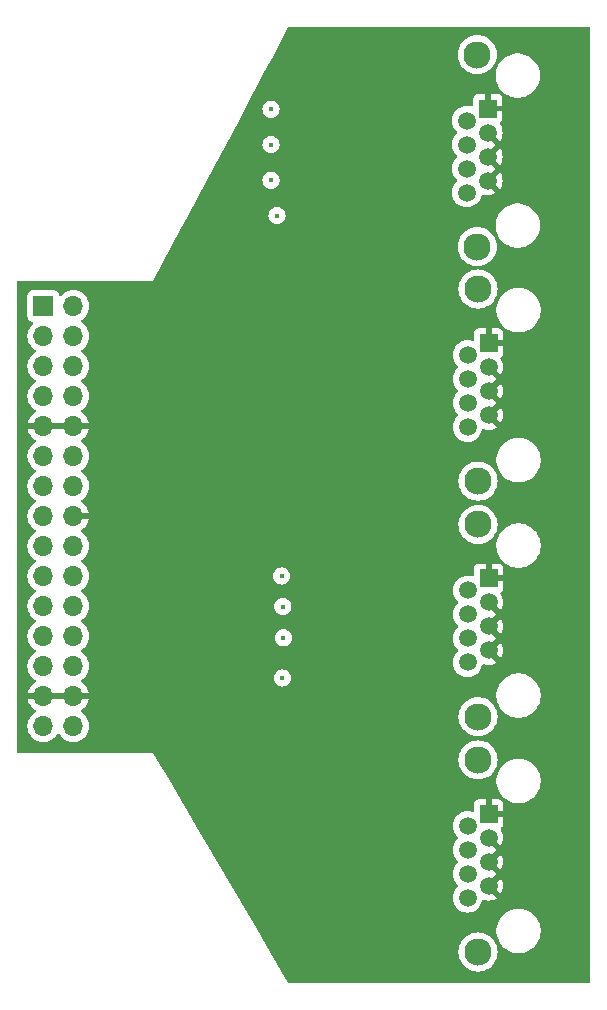
<source format=gbr>
%TF.GenerationSoftware,KiCad,Pcbnew,8.0.5-8.0.5-0~ubuntu22.04.1*%
%TF.CreationDate,2024-10-05T08:55:46-07:00*%
%TF.ProjectId,pmod_ethernet_la,706d6f64-5f65-4746-9865-726e65745f6c,rev?*%
%TF.SameCoordinates,Original*%
%TF.FileFunction,Copper,L3,Inr*%
%TF.FilePolarity,Positive*%
%FSLAX46Y46*%
G04 Gerber Fmt 4.6, Leading zero omitted, Abs format (unit mm)*
G04 Created by KiCad (PCBNEW 8.0.5-8.0.5-0~ubuntu22.04.1) date 2024-10-05 08:55:46*
%MOMM*%
%LPD*%
G01*
G04 APERTURE LIST*
%TA.AperFunction,ComponentPad*%
%ADD10R,1.700000X1.700000*%
%TD*%
%TA.AperFunction,ComponentPad*%
%ADD11O,1.700000X1.700000*%
%TD*%
%TA.AperFunction,ComponentPad*%
%ADD12R,1.500000X1.500000*%
%TD*%
%TA.AperFunction,ComponentPad*%
%ADD13C,1.500000*%
%TD*%
%TA.AperFunction,ComponentPad*%
%ADD14C,2.300000*%
%TD*%
%TA.AperFunction,ViaPad*%
%ADD15C,0.450000*%
%TD*%
G04 APERTURE END LIST*
D10*
%TO.N,/a.DATA_3*%
%TO.C,J102*%
X85725000Y-99160000D03*
D11*
%TO.N,/d.DATA_3*%
X88265000Y-99160000D03*
%TO.N,/a.DATA_2*%
X85725000Y-101700000D03*
%TO.N,/d.DATA_2*%
X88265000Y-101700000D03*
%TO.N,/a.DATA_1*%
X85725000Y-104240000D03*
%TO.N,/d.DATA_1*%
X88265000Y-104240000D03*
%TO.N,/a.DATA_0*%
X85725000Y-106780000D03*
%TO.N,/d.DATA_0*%
X88265000Y-106780000D03*
%TO.N,GND*%
X85725000Y-109320000D03*
X88265000Y-109320000D03*
%TO.N,unconnected-(J102-Pin_11-Pad11)*%
X85725000Y-111860000D03*
%TO.N,unconnected-(J102-Pin_12-Pad12)*%
X88265000Y-111860000D03*
%TO.N,/UFL_3*%
X85725000Y-114400000D03*
%TO.N,/UFL_2*%
X88265000Y-114400000D03*
%TO.N,unconnected-(J102-Pin_15-Pad15)*%
X85725000Y-116940000D03*
%TO.N,GND*%
X88265000Y-116940000D03*
%TO.N,/UFL_1*%
X85725000Y-119480000D03*
%TO.N,/UFL_0*%
X88265000Y-119480000D03*
%TO.N,/b.DATA_3*%
X85725000Y-122020000D03*
%TO.N,/c.DATA_3*%
X88265000Y-122020000D03*
%TO.N,/b.DATA_2*%
X85725000Y-124560000D03*
%TO.N,/c.DATA_2*%
X88265000Y-124560000D03*
%TO.N,/b.DATA_1*%
X85725000Y-127100000D03*
%TO.N,/c.DATA_1*%
X88265000Y-127100000D03*
%TO.N,/b.DATA_0*%
X85725000Y-129640000D03*
%TO.N,/c.DATA_0*%
X88265000Y-129640000D03*
%TO.N,GND*%
X85725000Y-132180000D03*
X88265000Y-132180000D03*
%TO.N,unconnected-(J102-Pin_29-Pad29)*%
X85725000Y-134720000D03*
%TO.N,unconnected-(J102-Pin_30-Pad30)*%
X88265000Y-134720000D03*
%TD*%
D12*
%TO.N,GND*%
%TO.C,J501*%
X123415000Y-102290001D03*
D13*
%TO.N,Net-(J501-Pad2)*%
X121635000Y-103306001D03*
%TO.N,GND*%
X123415000Y-104322001D03*
%TO.N,Net-(J501-Pad4)*%
X121635000Y-105338001D03*
%TO.N,GND*%
X123415000Y-106354001D03*
%TO.N,Net-(J501-Pad6)*%
X121635000Y-107370001D03*
%TO.N,GND*%
X123415000Y-108386001D03*
%TO.N,Net-(J501-Pad8)*%
X121635000Y-109402001D03*
D14*
%TO.N,N/C*%
X122525000Y-97720001D03*
X122525000Y-113980001D03*
%TD*%
D12*
%TO.N,GND*%
%TO.C,J401*%
X123415000Y-122223334D03*
D13*
%TO.N,Net-(J401-Pad2)*%
X121635000Y-123239334D03*
%TO.N,GND*%
X123415000Y-124255334D03*
%TO.N,Net-(J401-Pad4)*%
X121635000Y-125271334D03*
%TO.N,GND*%
X123415000Y-126287334D03*
%TO.N,Net-(J401-Pad6)*%
X121635000Y-127303334D03*
%TO.N,GND*%
X123415000Y-128319334D03*
%TO.N,Net-(J401-Pad8)*%
X121635000Y-129335334D03*
D14*
%TO.N,N/C*%
X122525000Y-117653334D03*
X122525000Y-133913334D03*
%TD*%
D12*
%TO.N,GND*%
%TO.C,J301*%
X123415000Y-142156667D03*
D13*
%TO.N,Net-(J301-Pad2)*%
X121635000Y-143172667D03*
%TO.N,GND*%
X123415000Y-144188667D03*
%TO.N,Net-(J301-Pad4)*%
X121635000Y-145204667D03*
%TO.N,GND*%
X123415000Y-146220667D03*
%TO.N,Net-(J301-Pad6)*%
X121635000Y-147236667D03*
%TO.N,GND*%
X123415000Y-148252667D03*
%TO.N,Net-(J301-Pad8)*%
X121635000Y-149268667D03*
D14*
%TO.N,N/C*%
X122525000Y-137586667D03*
X122525000Y-153846667D03*
%TD*%
D12*
%TO.N,GND*%
%TO.C,J201*%
X123345000Y-82436667D03*
D13*
%TO.N,Net-(J201-Pad2)*%
X121565000Y-83452667D03*
%TO.N,GND*%
X123345000Y-84468667D03*
%TO.N,Net-(J201-Pad4)*%
X121565000Y-85484667D03*
%TO.N,GND*%
X123345000Y-86500667D03*
%TO.N,Net-(J201-Pad6)*%
X121565000Y-87516667D03*
%TO.N,GND*%
X123345000Y-88532667D03*
%TO.N,Net-(J201-Pad8)*%
X121565000Y-89548667D03*
D14*
%TO.N,N/C*%
X122455000Y-77866667D03*
X122455000Y-94126667D03*
%TD*%
D15*
%TO.N,GND*%
X106100000Y-132200000D03*
X106300000Y-129100000D03*
X106400000Y-126000000D03*
X106400000Y-123300000D03*
X106400000Y-120600000D03*
X106400000Y-111200000D03*
X106700000Y-108200000D03*
X106600000Y-105100000D03*
X106700000Y-100200000D03*
X106400000Y-92900000D03*
X106100000Y-81300000D03*
X106300000Y-84000000D03*
X106200000Y-86800000D03*
X106200000Y-89900000D03*
X90500000Y-113500000D03*
X90400000Y-131500000D03*
X90400000Y-130200000D03*
X90400000Y-129000000D03*
X90300000Y-127700000D03*
X90400000Y-126500000D03*
X90500000Y-124900000D03*
X90700000Y-121400000D03*
X90700000Y-122700000D03*
X90500000Y-119500000D03*
X90500000Y-116400000D03*
X90500000Y-115000000D03*
X90700000Y-107600000D03*
X90700000Y-106200000D03*
X90700000Y-105000000D03*
X90700000Y-103600000D03*
X90700000Y-101100000D03*
X90600000Y-99700000D03*
X90600000Y-98600000D03*
X102150000Y-114450001D03*
X102150000Y-117400001D03*
X102200000Y-124825000D03*
X102200000Y-127775000D03*
X102175000Y-119650000D03*
X102175000Y-122600000D03*
X102150000Y-112300000D03*
X102150000Y-109350000D03*
X102150000Y-114450001D03*
X102150000Y-117400001D03*
X102175000Y-119650000D03*
X102175000Y-122600000D03*
X102200000Y-127775000D03*
%TO.N,/c.DATA_3*%
X105900000Y-122020000D03*
%TO.N,/c.DATA_2*%
X106000000Y-124600000D03*
%TO.N,/c.DATA_1*%
X106050000Y-127250000D03*
%TO.N,/c.DATA_0*%
X105950000Y-130650000D03*
%TO.N,/a.DATA_3*%
X105000000Y-82500000D03*
%TO.N,/a.DATA_2*%
X105000000Y-85500000D03*
%TO.N,/a.DATA_1*%
X105000000Y-88500000D03*
%TO.N,/a.DATA_0*%
X105500000Y-91500000D03*
%TD*%
%TA.AperFunction,Conductor*%
%TO.N,GND*%
G36*
X87799075Y-131987007D02*
G01*
X87765000Y-132114174D01*
X87765000Y-132245826D01*
X87799075Y-132372993D01*
X87831988Y-132430000D01*
X86158012Y-132430000D01*
X86190925Y-132372993D01*
X86225000Y-132245826D01*
X86225000Y-132114174D01*
X86190925Y-131987007D01*
X86158012Y-131930000D01*
X87831988Y-131930000D01*
X87799075Y-131987007D01*
G37*
%TD.AperFunction*%
%TA.AperFunction,Conductor*%
G36*
X87799075Y-109127007D02*
G01*
X87765000Y-109254174D01*
X87765000Y-109385826D01*
X87799075Y-109512993D01*
X87831988Y-109570000D01*
X86158012Y-109570000D01*
X86190925Y-109512993D01*
X86225000Y-109385826D01*
X86225000Y-109254174D01*
X86190925Y-109127007D01*
X86158012Y-109070000D01*
X87831988Y-109070000D01*
X87799075Y-109127007D01*
G37*
%TD.AperFunction*%
%TA.AperFunction,Conductor*%
G36*
X131943039Y-75519685D02*
G01*
X131988794Y-75572489D01*
X132000000Y-75624000D01*
X132000000Y-156376000D01*
X131980315Y-156443039D01*
X131927511Y-156488794D01*
X131876000Y-156500000D01*
X106570829Y-156500000D01*
X106503790Y-156480315D01*
X106464020Y-156438990D01*
X104935214Y-153846667D01*
X120869396Y-153846667D01*
X120889778Y-154105657D01*
X120950427Y-154358277D01*
X121049843Y-154598290D01*
X121049845Y-154598294D01*
X121049846Y-154598295D01*
X121185588Y-154819807D01*
X121354311Y-155017356D01*
X121551860Y-155186079D01*
X121773372Y-155321821D01*
X121773374Y-155321821D01*
X121773376Y-155321823D01*
X121834693Y-155347221D01*
X122013390Y-155421240D01*
X122266006Y-155481888D01*
X122525000Y-155502271D01*
X122783994Y-155481888D01*
X123036610Y-155421240D01*
X123276628Y-155321821D01*
X123498140Y-155186079D01*
X123695689Y-155017356D01*
X123864412Y-154819807D01*
X124000154Y-154598295D01*
X124099573Y-154358277D01*
X124160221Y-154105661D01*
X124180604Y-153846667D01*
X124160221Y-153587673D01*
X124099573Y-153335057D01*
X124000154Y-153095039D01*
X123864412Y-152873527D01*
X123695689Y-152675978D01*
X123498140Y-152507255D01*
X123276628Y-152371513D01*
X123276627Y-152371512D01*
X123276623Y-152371510D01*
X123110627Y-152302753D01*
X123036610Y-152272094D01*
X123036611Y-152272094D01*
X122898921Y-152239037D01*
X122783994Y-152211446D01*
X122783992Y-152211445D01*
X122783991Y-152211445D01*
X122525000Y-152191063D01*
X122266009Y-152211445D01*
X122013389Y-152272094D01*
X121773376Y-152371510D01*
X121551859Y-152507255D01*
X121354311Y-152675978D01*
X121185588Y-152873526D01*
X121049843Y-153095043D01*
X120950427Y-153335056D01*
X120889778Y-153587676D01*
X120869396Y-153846667D01*
X104935214Y-153846667D01*
X103812970Y-151943732D01*
X124079500Y-151943732D01*
X124079500Y-152189601D01*
X124103450Y-152371510D01*
X124111591Y-152433344D01*
X124175222Y-152670819D01*
X124175225Y-152670829D01*
X124259186Y-152873527D01*
X124269306Y-152897959D01*
X124392233Y-153110875D01*
X124392235Y-153110878D01*
X124392236Y-153110879D01*
X124541897Y-153305921D01*
X124541903Y-153305928D01*
X124715738Y-153479763D01*
X124715744Y-153479768D01*
X124910792Y-153629434D01*
X125123708Y-153752361D01*
X125350847Y-153846445D01*
X125588323Y-153910076D01*
X125832073Y-153942167D01*
X125832080Y-153942167D01*
X126077920Y-153942167D01*
X126077927Y-153942167D01*
X126321677Y-153910076D01*
X126559153Y-153846445D01*
X126786292Y-153752361D01*
X126999208Y-153629434D01*
X127194256Y-153479768D01*
X127368101Y-153305923D01*
X127517767Y-153110875D01*
X127640694Y-152897959D01*
X127734778Y-152670820D01*
X127798409Y-152433344D01*
X127830500Y-152189594D01*
X127830500Y-151943740D01*
X127798409Y-151699990D01*
X127734778Y-151462514D01*
X127640694Y-151235375D01*
X127517767Y-151022459D01*
X127368101Y-150827411D01*
X127368096Y-150827405D01*
X127194261Y-150653570D01*
X127194254Y-150653564D01*
X126999212Y-150503903D01*
X126999211Y-150503902D01*
X126999208Y-150503900D01*
X126786292Y-150380973D01*
X126786285Y-150380970D01*
X126559162Y-150286892D01*
X126559155Y-150286890D01*
X126559153Y-150286889D01*
X126321677Y-150223258D01*
X126280939Y-150217894D01*
X126077934Y-150191167D01*
X126077927Y-150191167D01*
X125832073Y-150191167D01*
X125832065Y-150191167D01*
X125600059Y-150221712D01*
X125588323Y-150223258D01*
X125350847Y-150286889D01*
X125350837Y-150286892D01*
X125123714Y-150380970D01*
X125123705Y-150380974D01*
X124910787Y-150503903D01*
X124715745Y-150653564D01*
X124715738Y-150653570D01*
X124541903Y-150827405D01*
X124541897Y-150827412D01*
X124392236Y-151022454D01*
X124269307Y-151235372D01*
X124269303Y-151235381D01*
X124175225Y-151462504D01*
X124175222Y-151462514D01*
X124111592Y-151699987D01*
X124111590Y-151699998D01*
X124079500Y-151943732D01*
X103812970Y-151943732D01*
X98640289Y-143172664D01*
X120379723Y-143172664D01*
X120379723Y-143172669D01*
X120398793Y-143390642D01*
X120398793Y-143390646D01*
X120455422Y-143601989D01*
X120455424Y-143601993D01*
X120455425Y-143601997D01*
X120501661Y-143701151D01*
X120547897Y-143800305D01*
X120547898Y-143800306D01*
X120673402Y-143979544D01*
X120673406Y-143979548D01*
X120794843Y-144100985D01*
X120828328Y-144162308D01*
X120823344Y-144232000D01*
X120794844Y-144276347D01*
X120673400Y-144397791D01*
X120547900Y-144577024D01*
X120547898Y-144577028D01*
X120455426Y-144775335D01*
X120455422Y-144775344D01*
X120398793Y-144986687D01*
X120398793Y-144986691D01*
X120379723Y-145204664D01*
X120379723Y-145204669D01*
X120398793Y-145422642D01*
X120398793Y-145422646D01*
X120455422Y-145633989D01*
X120455424Y-145633993D01*
X120455425Y-145633997D01*
X120501661Y-145733151D01*
X120547897Y-145832305D01*
X120547898Y-145832306D01*
X120673402Y-146011544D01*
X120673406Y-146011548D01*
X120794843Y-146132985D01*
X120828328Y-146194308D01*
X120823344Y-146264000D01*
X120794844Y-146308347D01*
X120673400Y-146429791D01*
X120547900Y-146609024D01*
X120547898Y-146609028D01*
X120455426Y-146807335D01*
X120455422Y-146807344D01*
X120398793Y-147018687D01*
X120398793Y-147018691D01*
X120379723Y-147236664D01*
X120379723Y-147236669D01*
X120398793Y-147454642D01*
X120398793Y-147454646D01*
X120455422Y-147665989D01*
X120455424Y-147665993D01*
X120455425Y-147665997D01*
X120501661Y-147765151D01*
X120547897Y-147864305D01*
X120547898Y-147864306D01*
X120673402Y-148043544D01*
X120673406Y-148043548D01*
X120794843Y-148164985D01*
X120828328Y-148226308D01*
X120823344Y-148296000D01*
X120794844Y-148340347D01*
X120673400Y-148461791D01*
X120547900Y-148641024D01*
X120547898Y-148641028D01*
X120455426Y-148839335D01*
X120455422Y-148839344D01*
X120398793Y-149050687D01*
X120398793Y-149050690D01*
X120379723Y-149268667D01*
X120393992Y-149431772D01*
X120398793Y-149486642D01*
X120398793Y-149486646D01*
X120455422Y-149697989D01*
X120455424Y-149697993D01*
X120455425Y-149697997D01*
X120501661Y-149797151D01*
X120547897Y-149896305D01*
X120547898Y-149896306D01*
X120673402Y-150075544D01*
X120828123Y-150230265D01*
X121007361Y-150355769D01*
X121205670Y-150448242D01*
X121417023Y-150504874D01*
X121599926Y-150520875D01*
X121634998Y-150523944D01*
X121635000Y-150523944D01*
X121635002Y-150523944D01*
X121663254Y-150521472D01*
X121852977Y-150504874D01*
X122064330Y-150448242D01*
X122262639Y-150355769D01*
X122441877Y-150230265D01*
X122596598Y-150075544D01*
X122722102Y-149896306D01*
X122814575Y-149697997D01*
X122860511Y-149526559D01*
X122896875Y-149466902D01*
X122959721Y-149436372D01*
X123012378Y-149438880D01*
X123197106Y-149488377D01*
X123197115Y-149488379D01*
X123414999Y-149507442D01*
X123415001Y-149507442D01*
X123632884Y-149488379D01*
X123632894Y-149488377D01*
X123844150Y-149431772D01*
X123844164Y-149431767D01*
X124042383Y-149339336D01*
X124042385Y-149339335D01*
X124104570Y-149295791D01*
X123499501Y-148690722D01*
X123586764Y-148667341D01*
X123688236Y-148608756D01*
X123771089Y-148525903D01*
X123829674Y-148424431D01*
X123853055Y-148337169D01*
X124458124Y-148942237D01*
X124501668Y-148880052D01*
X124501669Y-148880050D01*
X124594100Y-148681831D01*
X124594105Y-148681817D01*
X124650710Y-148470561D01*
X124650712Y-148470551D01*
X124669775Y-148252667D01*
X124669775Y-148252666D01*
X124650712Y-148034782D01*
X124650710Y-148034772D01*
X124594105Y-147823516D01*
X124594101Y-147823507D01*
X124501667Y-147625281D01*
X124501666Y-147625279D01*
X124458124Y-147563095D01*
X124458124Y-147563094D01*
X123853055Y-148168163D01*
X123829674Y-148080903D01*
X123771089Y-147979431D01*
X123688236Y-147896578D01*
X123586764Y-147837993D01*
X123499502Y-147814611D01*
X124077446Y-147236667D01*
X123499501Y-146658722D01*
X123586764Y-146635341D01*
X123688236Y-146576756D01*
X123771089Y-146493903D01*
X123829674Y-146392431D01*
X123853055Y-146305169D01*
X124458124Y-146910237D01*
X124501668Y-146848052D01*
X124501669Y-146848050D01*
X124594100Y-146649831D01*
X124594105Y-146649817D01*
X124650710Y-146438561D01*
X124650712Y-146438551D01*
X124669775Y-146220667D01*
X124669775Y-146220666D01*
X124650712Y-146002782D01*
X124650710Y-146002772D01*
X124594105Y-145791516D01*
X124594101Y-145791507D01*
X124501667Y-145593281D01*
X124501666Y-145593279D01*
X124458124Y-145531095D01*
X124458124Y-145531094D01*
X123853055Y-146136163D01*
X123829674Y-146048903D01*
X123771089Y-145947431D01*
X123688236Y-145864578D01*
X123586764Y-145805993D01*
X123499502Y-145782611D01*
X124077446Y-145204667D01*
X123499501Y-144626722D01*
X123586764Y-144603341D01*
X123688236Y-144544756D01*
X123771089Y-144461903D01*
X123829674Y-144360431D01*
X123853055Y-144273168D01*
X124458124Y-144878237D01*
X124501668Y-144816052D01*
X124501669Y-144816050D01*
X124594100Y-144617831D01*
X124594105Y-144617817D01*
X124650710Y-144406561D01*
X124650712Y-144406551D01*
X124669775Y-144188667D01*
X124669775Y-144188666D01*
X124650712Y-143970782D01*
X124650710Y-143970772D01*
X124594105Y-143759516D01*
X124594101Y-143759507D01*
X124501666Y-143561279D01*
X124501662Y-143561273D01*
X124440989Y-143474623D01*
X124418661Y-143408417D01*
X124435671Y-143340650D01*
X124468253Y-143304232D01*
X124522189Y-143263855D01*
X124522190Y-143263854D01*
X124608350Y-143148760D01*
X124608354Y-143148753D01*
X124658596Y-143014046D01*
X124658598Y-143014039D01*
X124664999Y-142954511D01*
X124665000Y-142954494D01*
X124665000Y-142406667D01*
X123784504Y-142406667D01*
X123829674Y-142328431D01*
X123860000Y-142215252D01*
X123860000Y-142098082D01*
X123829674Y-141984903D01*
X123784504Y-141906667D01*
X124665000Y-141906667D01*
X124665000Y-141358839D01*
X124664999Y-141358822D01*
X124658598Y-141299294D01*
X124658596Y-141299287D01*
X124608354Y-141164580D01*
X124608350Y-141164573D01*
X124522190Y-141049479D01*
X124522187Y-141049476D01*
X124407093Y-140963316D01*
X124407086Y-140963312D01*
X124272379Y-140913070D01*
X124272372Y-140913068D01*
X124212844Y-140906667D01*
X123665000Y-140906667D01*
X123665000Y-141787162D01*
X123586764Y-141741993D01*
X123473585Y-141711667D01*
X123356415Y-141711667D01*
X123243236Y-141741993D01*
X123165000Y-141787162D01*
X123165000Y-140906667D01*
X122617155Y-140906667D01*
X122557627Y-140913068D01*
X122557620Y-140913070D01*
X122422913Y-140963312D01*
X122422906Y-140963316D01*
X122307812Y-141049476D01*
X122307809Y-141049479D01*
X122221649Y-141164573D01*
X122221645Y-141164580D01*
X122171403Y-141299287D01*
X122171401Y-141299294D01*
X122165000Y-141358822D01*
X122165000Y-141858466D01*
X122145315Y-141925505D01*
X122092511Y-141971260D01*
X122023353Y-141981204D01*
X122008907Y-141978241D01*
X121852977Y-141936460D01*
X121635002Y-141917390D01*
X121634998Y-141917390D01*
X121489682Y-141930103D01*
X121417023Y-141936460D01*
X121417020Y-141936460D01*
X121205677Y-141993089D01*
X121205668Y-141993093D01*
X121007361Y-142085565D01*
X121007357Y-142085567D01*
X120828121Y-142211069D01*
X120673402Y-142365788D01*
X120547900Y-142545024D01*
X120547898Y-142545028D01*
X120455426Y-142743335D01*
X120455422Y-142743344D01*
X120398793Y-142954687D01*
X120398793Y-142954691D01*
X120379723Y-143172664D01*
X98640289Y-143172664D01*
X96323226Y-139243732D01*
X124079500Y-139243732D01*
X124079500Y-139489601D01*
X124106227Y-139692606D01*
X124111591Y-139733344D01*
X124111592Y-139733346D01*
X124175222Y-139970819D01*
X124175225Y-139970829D01*
X124269303Y-140197952D01*
X124269306Y-140197959D01*
X124392233Y-140410875D01*
X124392235Y-140410878D01*
X124392236Y-140410879D01*
X124541897Y-140605921D01*
X124541903Y-140605928D01*
X124715738Y-140779763D01*
X124715744Y-140779768D01*
X124910792Y-140929434D01*
X125123708Y-141052361D01*
X125350847Y-141146445D01*
X125588323Y-141210076D01*
X125832073Y-141242167D01*
X125832080Y-141242167D01*
X126077920Y-141242167D01*
X126077927Y-141242167D01*
X126321677Y-141210076D01*
X126559153Y-141146445D01*
X126786292Y-141052361D01*
X126999208Y-140929434D01*
X127194256Y-140779768D01*
X127368101Y-140605923D01*
X127517767Y-140410875D01*
X127640694Y-140197959D01*
X127734778Y-139970820D01*
X127798409Y-139733344D01*
X127830500Y-139489594D01*
X127830500Y-139243740D01*
X127830306Y-139242270D01*
X127819638Y-139161239D01*
X127798409Y-138999990D01*
X127734778Y-138762514D01*
X127732641Y-138757356D01*
X127640696Y-138535381D01*
X127640694Y-138535375D01*
X127517767Y-138322459D01*
X127368101Y-138127411D01*
X127368096Y-138127405D01*
X127194261Y-137953570D01*
X127194254Y-137953564D01*
X126999212Y-137803903D01*
X126999211Y-137803902D01*
X126999208Y-137803900D01*
X126786292Y-137680973D01*
X126786285Y-137680970D01*
X126559162Y-137586892D01*
X126559155Y-137586890D01*
X126559153Y-137586889D01*
X126321677Y-137523258D01*
X126280939Y-137517894D01*
X126077934Y-137491167D01*
X126077927Y-137491167D01*
X125832073Y-137491167D01*
X125832065Y-137491167D01*
X125600059Y-137521712D01*
X125588323Y-137523258D01*
X125351676Y-137586667D01*
X125350847Y-137586889D01*
X125350837Y-137586892D01*
X125123714Y-137680970D01*
X125123705Y-137680974D01*
X124910787Y-137803903D01*
X124715745Y-137953564D01*
X124715738Y-137953570D01*
X124541903Y-138127405D01*
X124541897Y-138127412D01*
X124392236Y-138322454D01*
X124269307Y-138535372D01*
X124269303Y-138535381D01*
X124175225Y-138762504D01*
X124175222Y-138762514D01*
X124111592Y-138999987D01*
X124111590Y-138999998D01*
X124079500Y-139243732D01*
X96323226Y-139243732D01*
X95345983Y-137586667D01*
X120869396Y-137586667D01*
X120889778Y-137845657D01*
X120950427Y-138098277D01*
X121049843Y-138338290D01*
X121049845Y-138338294D01*
X121049846Y-138338295D01*
X121185588Y-138559807D01*
X121354311Y-138757356D01*
X121551860Y-138926079D01*
X121773372Y-139061821D01*
X121773374Y-139061821D01*
X121773376Y-139061823D01*
X121834693Y-139087221D01*
X122013390Y-139161240D01*
X122266006Y-139221888D01*
X122525000Y-139242271D01*
X122783994Y-139221888D01*
X123036610Y-139161240D01*
X123276628Y-139061821D01*
X123498140Y-138926079D01*
X123695689Y-138757356D01*
X123864412Y-138559807D01*
X124000154Y-138338295D01*
X124099573Y-138098277D01*
X124160221Y-137845661D01*
X124180604Y-137586667D01*
X124160221Y-137327673D01*
X124099573Y-137075057D01*
X124000154Y-136835039D01*
X123864412Y-136613527D01*
X123695689Y-136415978D01*
X123498140Y-136247255D01*
X123276628Y-136111513D01*
X123276627Y-136111512D01*
X123276623Y-136111510D01*
X123110627Y-136042753D01*
X123036610Y-136012094D01*
X123036611Y-136012094D01*
X122898921Y-135979037D01*
X122783994Y-135951446D01*
X122783992Y-135951445D01*
X122783991Y-135951445D01*
X122525000Y-135931063D01*
X122266009Y-135951445D01*
X122013389Y-136012094D01*
X121773376Y-136111510D01*
X121551859Y-136247255D01*
X121354311Y-136415978D01*
X121185588Y-136613526D01*
X121049843Y-136835043D01*
X120950427Y-137075056D01*
X120889778Y-137327676D01*
X120869396Y-137586667D01*
X95345983Y-137586667D01*
X95000000Y-137000000D01*
X83624000Y-137000000D01*
X83556961Y-136980315D01*
X83511206Y-136927511D01*
X83500000Y-136876000D01*
X83500000Y-101699999D01*
X84369341Y-101699999D01*
X84369341Y-101700000D01*
X84389936Y-101935403D01*
X84389938Y-101935413D01*
X84451094Y-102163655D01*
X84451096Y-102163659D01*
X84451097Y-102163663D01*
X84455000Y-102172032D01*
X84550965Y-102377830D01*
X84550967Y-102377834D01*
X84635896Y-102499124D01*
X84686501Y-102571396D01*
X84686506Y-102571402D01*
X84853597Y-102738493D01*
X84853603Y-102738498D01*
X85039158Y-102868425D01*
X85082783Y-102923002D01*
X85089977Y-102992500D01*
X85058454Y-103054855D01*
X85039158Y-103071575D01*
X84853597Y-103201505D01*
X84686505Y-103368597D01*
X84550965Y-103562169D01*
X84550964Y-103562171D01*
X84451098Y-103776335D01*
X84451094Y-103776344D01*
X84389938Y-104004586D01*
X84389936Y-104004596D01*
X84369341Y-104239999D01*
X84369341Y-104240000D01*
X84389936Y-104475403D01*
X84389938Y-104475413D01*
X84451094Y-104703655D01*
X84451096Y-104703659D01*
X84451097Y-104703663D01*
X84455000Y-104712032D01*
X84550965Y-104917830D01*
X84550967Y-104917834D01*
X84616603Y-105011571D01*
X84686501Y-105111396D01*
X84686506Y-105111402D01*
X84853597Y-105278493D01*
X84853603Y-105278498D01*
X85039158Y-105408425D01*
X85082783Y-105463002D01*
X85089977Y-105532500D01*
X85058454Y-105594855D01*
X85039158Y-105611575D01*
X84853597Y-105741505D01*
X84686505Y-105908597D01*
X84550965Y-106102169D01*
X84550964Y-106102171D01*
X84451098Y-106316335D01*
X84451094Y-106316344D01*
X84389938Y-106544586D01*
X84389936Y-106544596D01*
X84369341Y-106779999D01*
X84369341Y-106780000D01*
X84389936Y-107015403D01*
X84389938Y-107015413D01*
X84451094Y-107243655D01*
X84451096Y-107243659D01*
X84451097Y-107243663D01*
X84531004Y-107415023D01*
X84550965Y-107457830D01*
X84550967Y-107457834D01*
X84642094Y-107587976D01*
X84686501Y-107651396D01*
X84686506Y-107651402D01*
X84853597Y-107818493D01*
X84853603Y-107818498D01*
X85039594Y-107948730D01*
X85083219Y-108003307D01*
X85090413Y-108072805D01*
X85058890Y-108135160D01*
X85039595Y-108151880D01*
X84853922Y-108281890D01*
X84853920Y-108281891D01*
X84686891Y-108448920D01*
X84686886Y-108448926D01*
X84551400Y-108642420D01*
X84551399Y-108642422D01*
X84451570Y-108856507D01*
X84451567Y-108856513D01*
X84394364Y-109069999D01*
X84394364Y-109070000D01*
X85291988Y-109070000D01*
X85259075Y-109127007D01*
X85225000Y-109254174D01*
X85225000Y-109385826D01*
X85259075Y-109512993D01*
X85291988Y-109570000D01*
X84394364Y-109570000D01*
X84451567Y-109783486D01*
X84451570Y-109783492D01*
X84551399Y-109997578D01*
X84686894Y-110191082D01*
X84853917Y-110358105D01*
X85039595Y-110488119D01*
X85083219Y-110542696D01*
X85090412Y-110612195D01*
X85058890Y-110674549D01*
X85039595Y-110691269D01*
X84853594Y-110821508D01*
X84686505Y-110988597D01*
X84550965Y-111182169D01*
X84550964Y-111182171D01*
X84451098Y-111396335D01*
X84451094Y-111396344D01*
X84389938Y-111624586D01*
X84389936Y-111624596D01*
X84369341Y-111859999D01*
X84369341Y-111860000D01*
X84389936Y-112095403D01*
X84389938Y-112095413D01*
X84451094Y-112323655D01*
X84451096Y-112323659D01*
X84451097Y-112323663D01*
X84489225Y-112405428D01*
X84550965Y-112537830D01*
X84550967Y-112537834D01*
X84659281Y-112692521D01*
X84686501Y-112731396D01*
X84686506Y-112731402D01*
X84853597Y-112898493D01*
X84853603Y-112898498D01*
X85039158Y-113028425D01*
X85082783Y-113083002D01*
X85089977Y-113152500D01*
X85058454Y-113214855D01*
X85039158Y-113231575D01*
X84853597Y-113361505D01*
X84686505Y-113528597D01*
X84550965Y-113722169D01*
X84550964Y-113722171D01*
X84451098Y-113936335D01*
X84451094Y-113936344D01*
X84389938Y-114164586D01*
X84389936Y-114164596D01*
X84369341Y-114399999D01*
X84369341Y-114400000D01*
X84389936Y-114635403D01*
X84389938Y-114635413D01*
X84451094Y-114863655D01*
X84451096Y-114863659D01*
X84451097Y-114863663D01*
X84531004Y-115035023D01*
X84550965Y-115077830D01*
X84550967Y-115077834D01*
X84601981Y-115150689D01*
X84686501Y-115271396D01*
X84686506Y-115271402D01*
X84853597Y-115438493D01*
X84853603Y-115438498D01*
X85039158Y-115568425D01*
X85082783Y-115623002D01*
X85089977Y-115692500D01*
X85058454Y-115754855D01*
X85039158Y-115771575D01*
X84853597Y-115901505D01*
X84686505Y-116068597D01*
X84550965Y-116262169D01*
X84550964Y-116262171D01*
X84451098Y-116476335D01*
X84451094Y-116476344D01*
X84389938Y-116704586D01*
X84389936Y-116704596D01*
X84369341Y-116939999D01*
X84369341Y-116940000D01*
X84389936Y-117175403D01*
X84389938Y-117175413D01*
X84451094Y-117403655D01*
X84451096Y-117403659D01*
X84451097Y-117403663D01*
X84534155Y-117581781D01*
X84550965Y-117617830D01*
X84550967Y-117617834D01*
X84641857Y-117747637D01*
X84686501Y-117811396D01*
X84686506Y-117811402D01*
X84853597Y-117978493D01*
X84853603Y-117978498D01*
X85039158Y-118108425D01*
X85082783Y-118163002D01*
X85089977Y-118232500D01*
X85058454Y-118294855D01*
X85039158Y-118311575D01*
X84853597Y-118441505D01*
X84686505Y-118608597D01*
X84550965Y-118802169D01*
X84550964Y-118802171D01*
X84451098Y-119016335D01*
X84451094Y-119016344D01*
X84389938Y-119244586D01*
X84389936Y-119244596D01*
X84369341Y-119479999D01*
X84369341Y-119480000D01*
X84389936Y-119715403D01*
X84389938Y-119715413D01*
X84451094Y-119943655D01*
X84451096Y-119943659D01*
X84451097Y-119943663D01*
X84455000Y-119952032D01*
X84550965Y-120157830D01*
X84550967Y-120157834D01*
X84625744Y-120264626D01*
X84686501Y-120351396D01*
X84686506Y-120351402D01*
X84853597Y-120518493D01*
X84853603Y-120518498D01*
X85039158Y-120648425D01*
X85082783Y-120703002D01*
X85089977Y-120772500D01*
X85058454Y-120834855D01*
X85039158Y-120851575D01*
X84853597Y-120981505D01*
X84686505Y-121148597D01*
X84550965Y-121342169D01*
X84550964Y-121342171D01*
X84451098Y-121556335D01*
X84451094Y-121556344D01*
X84389938Y-121784586D01*
X84389936Y-121784596D01*
X84369341Y-122019999D01*
X84369341Y-122020000D01*
X84389936Y-122255403D01*
X84389938Y-122255413D01*
X84451094Y-122483655D01*
X84451096Y-122483659D01*
X84451097Y-122483663D01*
X84531004Y-122655023D01*
X84550965Y-122697830D01*
X84550967Y-122697834D01*
X84629509Y-122810002D01*
X84686501Y-122891396D01*
X84686506Y-122891402D01*
X84853597Y-123058493D01*
X84853603Y-123058498D01*
X85039158Y-123188425D01*
X85082783Y-123243002D01*
X85089977Y-123312500D01*
X85058454Y-123374855D01*
X85039158Y-123391575D01*
X84853597Y-123521505D01*
X84686505Y-123688597D01*
X84550965Y-123882169D01*
X84550964Y-123882171D01*
X84451098Y-124096335D01*
X84451094Y-124096344D01*
X84389938Y-124324586D01*
X84389936Y-124324596D01*
X84369341Y-124559999D01*
X84369341Y-124560000D01*
X84389936Y-124795403D01*
X84389938Y-124795413D01*
X84451094Y-125023655D01*
X84451096Y-125023659D01*
X84451097Y-125023663D01*
X84465805Y-125055204D01*
X84550965Y-125237830D01*
X84550967Y-125237834D01*
X84602750Y-125311787D01*
X84686501Y-125431396D01*
X84686506Y-125431402D01*
X84853597Y-125598493D01*
X84853603Y-125598498D01*
X85039158Y-125728425D01*
X85082783Y-125783002D01*
X85089977Y-125852500D01*
X85058454Y-125914855D01*
X85039158Y-125931575D01*
X84853597Y-126061505D01*
X84686505Y-126228597D01*
X84550965Y-126422169D01*
X84550964Y-126422171D01*
X84451098Y-126636335D01*
X84451094Y-126636344D01*
X84389938Y-126864586D01*
X84389936Y-126864596D01*
X84369341Y-127099999D01*
X84369341Y-127100000D01*
X84389936Y-127335403D01*
X84389938Y-127335413D01*
X84451094Y-127563655D01*
X84451096Y-127563659D01*
X84451097Y-127563663D01*
X84517099Y-127705204D01*
X84550965Y-127777830D01*
X84550967Y-127777834D01*
X84618538Y-127874334D01*
X84686501Y-127971396D01*
X84686506Y-127971402D01*
X84853597Y-128138493D01*
X84853603Y-128138498D01*
X85039158Y-128268425D01*
X85082783Y-128323002D01*
X85089977Y-128392500D01*
X85058454Y-128454855D01*
X85039158Y-128471575D01*
X84853597Y-128601505D01*
X84686505Y-128768597D01*
X84550965Y-128962169D01*
X84550964Y-128962171D01*
X84451098Y-129176335D01*
X84451094Y-129176344D01*
X84389938Y-129404586D01*
X84389936Y-129404596D01*
X84369341Y-129639999D01*
X84369341Y-129640000D01*
X84389936Y-129875403D01*
X84389938Y-129875413D01*
X84451094Y-130103655D01*
X84451096Y-130103659D01*
X84451097Y-130103663D01*
X84493593Y-130194795D01*
X84550965Y-130317830D01*
X84550967Y-130317834D01*
X84624211Y-130422436D01*
X84686501Y-130511396D01*
X84686506Y-130511402D01*
X84853597Y-130678493D01*
X84853603Y-130678498D01*
X85039594Y-130808730D01*
X85083219Y-130863307D01*
X85090413Y-130932805D01*
X85058890Y-130995160D01*
X85039595Y-131011880D01*
X84853922Y-131141890D01*
X84853920Y-131141891D01*
X84686891Y-131308920D01*
X84686886Y-131308926D01*
X84551400Y-131502420D01*
X84551399Y-131502422D01*
X84451570Y-131716507D01*
X84451567Y-131716513D01*
X84394364Y-131929999D01*
X84394364Y-131930000D01*
X85291988Y-131930000D01*
X85259075Y-131987007D01*
X85225000Y-132114174D01*
X85225000Y-132245826D01*
X85259075Y-132372993D01*
X85291988Y-132430000D01*
X84394364Y-132430000D01*
X84451567Y-132643486D01*
X84451570Y-132643492D01*
X84551399Y-132857578D01*
X84686894Y-133051082D01*
X84853917Y-133218105D01*
X85039595Y-133348119D01*
X85083219Y-133402696D01*
X85090412Y-133472195D01*
X85058890Y-133534549D01*
X85039595Y-133551269D01*
X84853594Y-133681508D01*
X84686505Y-133848597D01*
X84550965Y-134042169D01*
X84550964Y-134042171D01*
X84451098Y-134256335D01*
X84451094Y-134256344D01*
X84389938Y-134484586D01*
X84389936Y-134484596D01*
X84369341Y-134719999D01*
X84369341Y-134720000D01*
X84389936Y-134955403D01*
X84389938Y-134955413D01*
X84451094Y-135183655D01*
X84451096Y-135183659D01*
X84451097Y-135183663D01*
X84455000Y-135192032D01*
X84550965Y-135397830D01*
X84550967Y-135397834D01*
X84656504Y-135548555D01*
X84686505Y-135591401D01*
X84853599Y-135758495D01*
X84950384Y-135826265D01*
X85047165Y-135894032D01*
X85047167Y-135894033D01*
X85047170Y-135894035D01*
X85261337Y-135993903D01*
X85489592Y-136055063D01*
X85677918Y-136071539D01*
X85724999Y-136075659D01*
X85725000Y-136075659D01*
X85725001Y-136075659D01*
X85764234Y-136072226D01*
X85960408Y-136055063D01*
X86188663Y-135993903D01*
X86402830Y-135894035D01*
X86596401Y-135758495D01*
X86763495Y-135591401D01*
X86893425Y-135405842D01*
X86948002Y-135362217D01*
X87017500Y-135355023D01*
X87079855Y-135386546D01*
X87096575Y-135405842D01*
X87226500Y-135591395D01*
X87226505Y-135591401D01*
X87393599Y-135758495D01*
X87490384Y-135826265D01*
X87587165Y-135894032D01*
X87587167Y-135894033D01*
X87587170Y-135894035D01*
X87801337Y-135993903D01*
X88029592Y-136055063D01*
X88217918Y-136071539D01*
X88264999Y-136075659D01*
X88265000Y-136075659D01*
X88265001Y-136075659D01*
X88304234Y-136072226D01*
X88500408Y-136055063D01*
X88728663Y-135993903D01*
X88942830Y-135894035D01*
X89136401Y-135758495D01*
X89303495Y-135591401D01*
X89439035Y-135397830D01*
X89538903Y-135183663D01*
X89600063Y-134955408D01*
X89620659Y-134720000D01*
X89600063Y-134484592D01*
X89538903Y-134256337D01*
X89439035Y-134042171D01*
X89433425Y-134034158D01*
X89348823Y-133913334D01*
X120869396Y-133913334D01*
X120889778Y-134172324D01*
X120950427Y-134424944D01*
X121049843Y-134664957D01*
X121049845Y-134664961D01*
X121049846Y-134664962D01*
X121185588Y-134886474D01*
X121354311Y-135084023D01*
X121551860Y-135252746D01*
X121773372Y-135388488D01*
X121773374Y-135388488D01*
X121773376Y-135388490D01*
X121795935Y-135397834D01*
X122013390Y-135487907D01*
X122266006Y-135548555D01*
X122525000Y-135568938D01*
X122783994Y-135548555D01*
X123036610Y-135487907D01*
X123276628Y-135388488D01*
X123498140Y-135252746D01*
X123695689Y-135084023D01*
X123864412Y-134886474D01*
X124000154Y-134664962D01*
X124099573Y-134424944D01*
X124160221Y-134172328D01*
X124180604Y-133913334D01*
X124160221Y-133654340D01*
X124099573Y-133401724D01*
X124000154Y-133161706D01*
X123864412Y-132940194D01*
X123695689Y-132742645D01*
X123498140Y-132573922D01*
X123276628Y-132438180D01*
X123276627Y-132438179D01*
X123276623Y-132438177D01*
X123110627Y-132369420D01*
X123036610Y-132338761D01*
X123036611Y-132338761D01*
X122898921Y-132305704D01*
X122783994Y-132278113D01*
X122783992Y-132278112D01*
X122783991Y-132278112D01*
X122525000Y-132257730D01*
X122266009Y-132278112D01*
X122013389Y-132338761D01*
X121773376Y-132438177D01*
X121551859Y-132573922D01*
X121354311Y-132742645D01*
X121185588Y-132940193D01*
X121049843Y-133161710D01*
X120950427Y-133401723D01*
X120889778Y-133654343D01*
X120869396Y-133913334D01*
X89348823Y-133913334D01*
X89303494Y-133848597D01*
X89136402Y-133681506D01*
X89136401Y-133681505D01*
X88950405Y-133551269D01*
X88906781Y-133496692D01*
X88899588Y-133427193D01*
X88931110Y-133364839D01*
X88950405Y-133348119D01*
X89136082Y-133218105D01*
X89303105Y-133051082D01*
X89438600Y-132857578D01*
X89538429Y-132643492D01*
X89538432Y-132643486D01*
X89595636Y-132430000D01*
X88698012Y-132430000D01*
X88730925Y-132372993D01*
X88765000Y-132245826D01*
X88765000Y-132114174D01*
X88737193Y-132010399D01*
X124079500Y-132010399D01*
X124079500Y-132256268D01*
X124094868Y-132372993D01*
X124111591Y-132500011D01*
X124159819Y-132680000D01*
X124175222Y-132737486D01*
X124175225Y-132737496D01*
X124259186Y-132940194D01*
X124269306Y-132964626D01*
X124392233Y-133177542D01*
X124392235Y-133177545D01*
X124392236Y-133177546D01*
X124541897Y-133372588D01*
X124541903Y-133372595D01*
X124715738Y-133546430D01*
X124715745Y-133546436D01*
X124830335Y-133634364D01*
X124910792Y-133696101D01*
X125123708Y-133819028D01*
X125350847Y-133913112D01*
X125588323Y-133976743D01*
X125832073Y-134008834D01*
X125832080Y-134008834D01*
X126077920Y-134008834D01*
X126077927Y-134008834D01*
X126321677Y-133976743D01*
X126559153Y-133913112D01*
X126786292Y-133819028D01*
X126999208Y-133696101D01*
X127194256Y-133546435D01*
X127368101Y-133372590D01*
X127517767Y-133177542D01*
X127640694Y-132964626D01*
X127734778Y-132737487D01*
X127798409Y-132500011D01*
X127830500Y-132256261D01*
X127830500Y-132010407D01*
X127798409Y-131766657D01*
X127734778Y-131529181D01*
X127640694Y-131302042D01*
X127517767Y-131089126D01*
X127416615Y-130957302D01*
X127368102Y-130894079D01*
X127368096Y-130894072D01*
X127194261Y-130720237D01*
X127194254Y-130720231D01*
X126999212Y-130570570D01*
X126999211Y-130570569D01*
X126999208Y-130570567D01*
X126786292Y-130447640D01*
X126786285Y-130447637D01*
X126559162Y-130353559D01*
X126559155Y-130353557D01*
X126559153Y-130353556D01*
X126321677Y-130289925D01*
X126280939Y-130284561D01*
X126077934Y-130257834D01*
X126077927Y-130257834D01*
X125832073Y-130257834D01*
X125832065Y-130257834D01*
X125600059Y-130288379D01*
X125588323Y-130289925D01*
X125454278Y-130325842D01*
X125350847Y-130353556D01*
X125350837Y-130353559D01*
X125123714Y-130447637D01*
X125123705Y-130447641D01*
X124910787Y-130570570D01*
X124715745Y-130720231D01*
X124715738Y-130720237D01*
X124541903Y-130894072D01*
X124541897Y-130894079D01*
X124392236Y-131089121D01*
X124269307Y-131302039D01*
X124269303Y-131302048D01*
X124175225Y-131529171D01*
X124175222Y-131529181D01*
X124134811Y-131680000D01*
X124111592Y-131766654D01*
X124111590Y-131766665D01*
X124079500Y-132010399D01*
X88737193Y-132010399D01*
X88730925Y-131987007D01*
X88698012Y-131930000D01*
X89595636Y-131930000D01*
X89595635Y-131929999D01*
X89538432Y-131716513D01*
X89538429Y-131716507D01*
X89438600Y-131502422D01*
X89438599Y-131502420D01*
X89303113Y-131308926D01*
X89303108Y-131308920D01*
X89136078Y-131141890D01*
X88950405Y-131011879D01*
X88906780Y-130957302D01*
X88899588Y-130887804D01*
X88931110Y-130825449D01*
X88950406Y-130808730D01*
X89076787Y-130720237D01*
X89136401Y-130678495D01*
X89164900Y-130649996D01*
X105219909Y-130649996D01*
X105219909Y-130650003D01*
X105238212Y-130812455D01*
X105292210Y-130966774D01*
X105310360Y-130995659D01*
X105379192Y-131105204D01*
X105494796Y-131220808D01*
X105633225Y-131307789D01*
X105787539Y-131361786D01*
X105787542Y-131361786D01*
X105787544Y-131361787D01*
X105949996Y-131380091D01*
X105950000Y-131380091D01*
X105950004Y-131380091D01*
X106112455Y-131361787D01*
X106112456Y-131361786D01*
X106112461Y-131361786D01*
X106266775Y-131307789D01*
X106405204Y-131220808D01*
X106520808Y-131105204D01*
X106607789Y-130966775D01*
X106661786Y-130812461D01*
X106661787Y-130812455D01*
X106680091Y-130650003D01*
X106680091Y-130649996D01*
X106661787Y-130487544D01*
X106661786Y-130487542D01*
X106661786Y-130487539D01*
X106607789Y-130333225D01*
X106520808Y-130194796D01*
X106405204Y-130079192D01*
X106266774Y-129992210D01*
X106112455Y-129938212D01*
X105950004Y-129919909D01*
X105949996Y-129919909D01*
X105787544Y-129938212D01*
X105633225Y-129992210D01*
X105494795Y-130079192D01*
X105379192Y-130194795D01*
X105292210Y-130333225D01*
X105238212Y-130487544D01*
X105219909Y-130649996D01*
X89164900Y-130649996D01*
X89303495Y-130511401D01*
X89439035Y-130317830D01*
X89538903Y-130103663D01*
X89600063Y-129875408D01*
X89620659Y-129640000D01*
X89600063Y-129404592D01*
X89538903Y-129176337D01*
X89439035Y-128962171D01*
X89433425Y-128954158D01*
X89303494Y-128768597D01*
X89136402Y-128601506D01*
X89136396Y-128601501D01*
X88950842Y-128471575D01*
X88907217Y-128416998D01*
X88900023Y-128347500D01*
X88931546Y-128285145D01*
X88950842Y-128268425D01*
X89003359Y-128231652D01*
X89136401Y-128138495D01*
X89303495Y-127971401D01*
X89439035Y-127777830D01*
X89538903Y-127563663D01*
X89600063Y-127335408D01*
X89607536Y-127249996D01*
X105319909Y-127249996D01*
X105319909Y-127250003D01*
X105338212Y-127412455D01*
X105392210Y-127566774D01*
X105392211Y-127566775D01*
X105479192Y-127705204D01*
X105594796Y-127820808D01*
X105733225Y-127907789D01*
X105887539Y-127961786D01*
X105887542Y-127961786D01*
X105887544Y-127961787D01*
X106049996Y-127980091D01*
X106050000Y-127980091D01*
X106050004Y-127980091D01*
X106212455Y-127961787D01*
X106212456Y-127961786D01*
X106212461Y-127961786D01*
X106366775Y-127907789D01*
X106505204Y-127820808D01*
X106620808Y-127705204D01*
X106707789Y-127566775D01*
X106761786Y-127412461D01*
X106761787Y-127412455D01*
X106780091Y-127250003D01*
X106780091Y-127249996D01*
X106761787Y-127087544D01*
X106761786Y-127087542D01*
X106761786Y-127087539D01*
X106707789Y-126933225D01*
X106620808Y-126794796D01*
X106505204Y-126679192D01*
X106436998Y-126636335D01*
X106366774Y-126592210D01*
X106212455Y-126538212D01*
X106050004Y-126519909D01*
X106049996Y-126519909D01*
X105887544Y-126538212D01*
X105733225Y-126592210D01*
X105594795Y-126679192D01*
X105479192Y-126794795D01*
X105392210Y-126933225D01*
X105338212Y-127087544D01*
X105319909Y-127249996D01*
X89607536Y-127249996D01*
X89620659Y-127100000D01*
X89600063Y-126864592D01*
X89538903Y-126636337D01*
X89439035Y-126422171D01*
X89433425Y-126414158D01*
X89303494Y-126228597D01*
X89136402Y-126061506D01*
X89136396Y-126061501D01*
X88950842Y-125931575D01*
X88907217Y-125876998D01*
X88900023Y-125807500D01*
X88931546Y-125745145D01*
X88950842Y-125728425D01*
X89048640Y-125659946D01*
X89136401Y-125598495D01*
X89303495Y-125431401D01*
X89439035Y-125237830D01*
X89538903Y-125023663D01*
X89600063Y-124795408D01*
X89617160Y-124599996D01*
X105269909Y-124599996D01*
X105269909Y-124600003D01*
X105288212Y-124762455D01*
X105342210Y-124916774D01*
X105409368Y-125023655D01*
X105429192Y-125055204D01*
X105544796Y-125170808D01*
X105683225Y-125257789D01*
X105837539Y-125311786D01*
X105837542Y-125311786D01*
X105837544Y-125311787D01*
X105999996Y-125330091D01*
X106000000Y-125330091D01*
X106000004Y-125330091D01*
X106162455Y-125311787D01*
X106162456Y-125311786D01*
X106162461Y-125311786D01*
X106316775Y-125257789D01*
X106455204Y-125170808D01*
X106570808Y-125055204D01*
X106657789Y-124916775D01*
X106711786Y-124762461D01*
X106718786Y-124700334D01*
X106730091Y-124600003D01*
X106730091Y-124599996D01*
X106711787Y-124437544D01*
X106711786Y-124437542D01*
X106711786Y-124437539D01*
X106657789Y-124283225D01*
X106570808Y-124144796D01*
X106455204Y-124029192D01*
X106338682Y-123955976D01*
X106316774Y-123942210D01*
X106162455Y-123888212D01*
X106000004Y-123869909D01*
X105999996Y-123869909D01*
X105837544Y-123888212D01*
X105683225Y-123942210D01*
X105544795Y-124029192D01*
X105429192Y-124144795D01*
X105342210Y-124283225D01*
X105288212Y-124437544D01*
X105269909Y-124599996D01*
X89617160Y-124599996D01*
X89620659Y-124560000D01*
X89600063Y-124324592D01*
X89538903Y-124096337D01*
X89439035Y-123882171D01*
X89433425Y-123874158D01*
X89303494Y-123688597D01*
X89136402Y-123521506D01*
X89136396Y-123521501D01*
X88950842Y-123391575D01*
X88907217Y-123336998D01*
X88900023Y-123267500D01*
X88914264Y-123239331D01*
X120379723Y-123239331D01*
X120379723Y-123239336D01*
X120398793Y-123457309D01*
X120398793Y-123457313D01*
X120455422Y-123668656D01*
X120455424Y-123668660D01*
X120455425Y-123668664D01*
X120464720Y-123688597D01*
X120547897Y-123866972D01*
X120547898Y-123866973D01*
X120673402Y-124046211D01*
X120673406Y-124046215D01*
X120794843Y-124167652D01*
X120828328Y-124228975D01*
X120823344Y-124298667D01*
X120794844Y-124343014D01*
X120673400Y-124464458D01*
X120547900Y-124643691D01*
X120547898Y-124643695D01*
X120455426Y-124842002D01*
X120455422Y-124842011D01*
X120398793Y-125053354D01*
X120398793Y-125053358D01*
X120379723Y-125271331D01*
X120379723Y-125271336D01*
X120398793Y-125489309D01*
X120398793Y-125489313D01*
X120455422Y-125700656D01*
X120455424Y-125700660D01*
X120455425Y-125700664D01*
X120476167Y-125745145D01*
X120547897Y-125898972D01*
X120547898Y-125898973D01*
X120673402Y-126078211D01*
X120673406Y-126078215D01*
X120794843Y-126199652D01*
X120828328Y-126260975D01*
X120823344Y-126330667D01*
X120794844Y-126375014D01*
X120673400Y-126496458D01*
X120547900Y-126675691D01*
X120547898Y-126675695D01*
X120455426Y-126874002D01*
X120455422Y-126874011D01*
X120398793Y-127085354D01*
X120398793Y-127085358D01*
X120379723Y-127303331D01*
X120379723Y-127303336D01*
X120398793Y-127521309D01*
X120398793Y-127521313D01*
X120455422Y-127732656D01*
X120455424Y-127732660D01*
X120455425Y-127732664D01*
X120496527Y-127820807D01*
X120547897Y-127930972D01*
X120569474Y-127961787D01*
X120673402Y-128110211D01*
X120673406Y-128110215D01*
X120794843Y-128231652D01*
X120828328Y-128292975D01*
X120823344Y-128362667D01*
X120794844Y-128407014D01*
X120673400Y-128528458D01*
X120547900Y-128707691D01*
X120547898Y-128707695D01*
X120455426Y-128906002D01*
X120455422Y-128906011D01*
X120398793Y-129117354D01*
X120398793Y-129117357D01*
X120379723Y-129335334D01*
X120393992Y-129498439D01*
X120398793Y-129553309D01*
X120398793Y-129553313D01*
X120455422Y-129764656D01*
X120455424Y-129764660D01*
X120455425Y-129764664D01*
X120501661Y-129863818D01*
X120547897Y-129962972D01*
X120547898Y-129962973D01*
X120673402Y-130142211D01*
X120828123Y-130296932D01*
X121007361Y-130422436D01*
X121205670Y-130514909D01*
X121417023Y-130571541D01*
X121599926Y-130587542D01*
X121634998Y-130590611D01*
X121635000Y-130590611D01*
X121635002Y-130590611D01*
X121663254Y-130588139D01*
X121852977Y-130571541D01*
X122064330Y-130514909D01*
X122262639Y-130422436D01*
X122441877Y-130296932D01*
X122596598Y-130142211D01*
X122722102Y-129962973D01*
X122814575Y-129764664D01*
X122860511Y-129593226D01*
X122896875Y-129533569D01*
X122959721Y-129503039D01*
X123012378Y-129505547D01*
X123197106Y-129555044D01*
X123197115Y-129555046D01*
X123414999Y-129574109D01*
X123415001Y-129574109D01*
X123632884Y-129555046D01*
X123632894Y-129555044D01*
X123844150Y-129498439D01*
X123844164Y-129498434D01*
X124042383Y-129406003D01*
X124042385Y-129406002D01*
X124104570Y-129362458D01*
X123499501Y-128757389D01*
X123586764Y-128734008D01*
X123688236Y-128675423D01*
X123771089Y-128592570D01*
X123829674Y-128491098D01*
X123853055Y-128403836D01*
X124458124Y-129008904D01*
X124501668Y-128946719D01*
X124501669Y-128946717D01*
X124594100Y-128748498D01*
X124594105Y-128748484D01*
X124650710Y-128537228D01*
X124650712Y-128537218D01*
X124669775Y-128319334D01*
X124669775Y-128319333D01*
X124650712Y-128101449D01*
X124650710Y-128101439D01*
X124594105Y-127890183D01*
X124594101Y-127890174D01*
X124501667Y-127691948D01*
X124501666Y-127691946D01*
X124458124Y-127629762D01*
X124458124Y-127629761D01*
X123853055Y-128234830D01*
X123829674Y-128147570D01*
X123771089Y-128046098D01*
X123688236Y-127963245D01*
X123586764Y-127904660D01*
X123499502Y-127881278D01*
X124077446Y-127303334D01*
X123499501Y-126725389D01*
X123586764Y-126702008D01*
X123688236Y-126643423D01*
X123771089Y-126560570D01*
X123829674Y-126459098D01*
X123853055Y-126371836D01*
X124458124Y-126976904D01*
X124501668Y-126914719D01*
X124501669Y-126914717D01*
X124594100Y-126716498D01*
X124594105Y-126716484D01*
X124650710Y-126505228D01*
X124650712Y-126505218D01*
X124669775Y-126287334D01*
X124669775Y-126287333D01*
X124650712Y-126069449D01*
X124650710Y-126069439D01*
X124594105Y-125858183D01*
X124594101Y-125858174D01*
X124501667Y-125659948D01*
X124501666Y-125659946D01*
X124458124Y-125597762D01*
X124458124Y-125597761D01*
X123853055Y-126202830D01*
X123829674Y-126115570D01*
X123771089Y-126014098D01*
X123688236Y-125931245D01*
X123586764Y-125872660D01*
X123499502Y-125849278D01*
X124077446Y-125271334D01*
X123499501Y-124693389D01*
X123586764Y-124670008D01*
X123688236Y-124611423D01*
X123771089Y-124528570D01*
X123829674Y-124427098D01*
X123853055Y-124339835D01*
X124458124Y-124944904D01*
X124501668Y-124882719D01*
X124501669Y-124882717D01*
X124594100Y-124684498D01*
X124594105Y-124684484D01*
X124650710Y-124473228D01*
X124650712Y-124473218D01*
X124669775Y-124255334D01*
X124669775Y-124255333D01*
X124650712Y-124037449D01*
X124650710Y-124037439D01*
X124594105Y-123826183D01*
X124594101Y-123826174D01*
X124501666Y-123627946D01*
X124501662Y-123627940D01*
X124440989Y-123541290D01*
X124418661Y-123475084D01*
X124435671Y-123407317D01*
X124468253Y-123370899D01*
X124522189Y-123330522D01*
X124522190Y-123330521D01*
X124608350Y-123215427D01*
X124608354Y-123215420D01*
X124658596Y-123080713D01*
X124658598Y-123080706D01*
X124664999Y-123021178D01*
X124665000Y-123021161D01*
X124665000Y-122473334D01*
X123784504Y-122473334D01*
X123829674Y-122395098D01*
X123860000Y-122281919D01*
X123860000Y-122164749D01*
X123829674Y-122051570D01*
X123784504Y-121973334D01*
X124665000Y-121973334D01*
X124665000Y-121425506D01*
X124664999Y-121425489D01*
X124658598Y-121365961D01*
X124658596Y-121365954D01*
X124608354Y-121231247D01*
X124608350Y-121231240D01*
X124522190Y-121116146D01*
X124522187Y-121116143D01*
X124407093Y-121029983D01*
X124407086Y-121029979D01*
X124272379Y-120979737D01*
X124272372Y-120979735D01*
X124212844Y-120973334D01*
X123665000Y-120973334D01*
X123665000Y-121853829D01*
X123586764Y-121808660D01*
X123473585Y-121778334D01*
X123356415Y-121778334D01*
X123243236Y-121808660D01*
X123165000Y-121853829D01*
X123165000Y-120973334D01*
X122617155Y-120973334D01*
X122557627Y-120979735D01*
X122557620Y-120979737D01*
X122422913Y-121029979D01*
X122422906Y-121029983D01*
X122307812Y-121116143D01*
X122307809Y-121116146D01*
X122221649Y-121231240D01*
X122221645Y-121231247D01*
X122171403Y-121365954D01*
X122171401Y-121365961D01*
X122165000Y-121425489D01*
X122165000Y-121925133D01*
X122145315Y-121992172D01*
X122092511Y-122037927D01*
X122023353Y-122047871D01*
X122008907Y-122044908D01*
X121852977Y-122003127D01*
X121635002Y-121984057D01*
X121634998Y-121984057D01*
X121489682Y-121996770D01*
X121417023Y-122003127D01*
X121417020Y-122003127D01*
X121205677Y-122059756D01*
X121205668Y-122059760D01*
X121007361Y-122152232D01*
X121007357Y-122152234D01*
X120828121Y-122277736D01*
X120673402Y-122432455D01*
X120547900Y-122611691D01*
X120547898Y-122611695D01*
X120455426Y-122810002D01*
X120455422Y-122810011D01*
X120398793Y-123021354D01*
X120398793Y-123021358D01*
X120379723Y-123239331D01*
X88914264Y-123239331D01*
X88931546Y-123205145D01*
X88950842Y-123188425D01*
X89104680Y-123080706D01*
X89136401Y-123058495D01*
X89303495Y-122891401D01*
X89439035Y-122697830D01*
X89538903Y-122483663D01*
X89600063Y-122255408D01*
X89620659Y-122020000D01*
X89620659Y-122019996D01*
X105169909Y-122019996D01*
X105169909Y-122020003D01*
X105188212Y-122182455D01*
X105242210Y-122336774D01*
X105242211Y-122336775D01*
X105329192Y-122475204D01*
X105444796Y-122590808D01*
X105583225Y-122677789D01*
X105737539Y-122731786D01*
X105737542Y-122731786D01*
X105737544Y-122731787D01*
X105899996Y-122750091D01*
X105900000Y-122750091D01*
X105900004Y-122750091D01*
X106062455Y-122731787D01*
X106062456Y-122731786D01*
X106062461Y-122731786D01*
X106216775Y-122677789D01*
X106355204Y-122590808D01*
X106470808Y-122475204D01*
X106557789Y-122336775D01*
X106611786Y-122182461D01*
X106625611Y-122059760D01*
X106630091Y-122020003D01*
X106630091Y-122019996D01*
X106611787Y-121857544D01*
X106611786Y-121857542D01*
X106611786Y-121857539D01*
X106557789Y-121703225D01*
X106470808Y-121564796D01*
X106355204Y-121449192D01*
X106241558Y-121377783D01*
X106216774Y-121362210D01*
X106062455Y-121308212D01*
X105900004Y-121289909D01*
X105899996Y-121289909D01*
X105737544Y-121308212D01*
X105583225Y-121362210D01*
X105444795Y-121449192D01*
X105329192Y-121564795D01*
X105242210Y-121703225D01*
X105188212Y-121857544D01*
X105169909Y-122019996D01*
X89620659Y-122019996D01*
X89600063Y-121784592D01*
X89538903Y-121556337D01*
X89439035Y-121342171D01*
X89433425Y-121334158D01*
X89303494Y-121148597D01*
X89136402Y-120981506D01*
X89136396Y-120981501D01*
X88950842Y-120851575D01*
X88907217Y-120796998D01*
X88900023Y-120727500D01*
X88931546Y-120665145D01*
X88950842Y-120648425D01*
X88973026Y-120632891D01*
X89136401Y-120518495D01*
X89303495Y-120351401D01*
X89439035Y-120157830D01*
X89538903Y-119943663D01*
X89600063Y-119715408D01*
X89620659Y-119480000D01*
X89605820Y-119310399D01*
X124079500Y-119310399D01*
X124079500Y-119556268D01*
X124100453Y-119715413D01*
X124111591Y-119800011D01*
X124152325Y-119952032D01*
X124175222Y-120037486D01*
X124175225Y-120037496D01*
X124225071Y-120157834D01*
X124269306Y-120264626D01*
X124392233Y-120477542D01*
X124392235Y-120477545D01*
X124392236Y-120477546D01*
X124541897Y-120672588D01*
X124541903Y-120672595D01*
X124715738Y-120846430D01*
X124715745Y-120846436D01*
X124830335Y-120934364D01*
X124910792Y-120996101D01*
X125123708Y-121119028D01*
X125350847Y-121213112D01*
X125588323Y-121276743D01*
X125820336Y-121307288D01*
X125827363Y-121308214D01*
X125832073Y-121308834D01*
X125832080Y-121308834D01*
X126077920Y-121308834D01*
X126077927Y-121308834D01*
X126321677Y-121276743D01*
X126559153Y-121213112D01*
X126786292Y-121119028D01*
X126999208Y-120996101D01*
X127194256Y-120846435D01*
X127368101Y-120672590D01*
X127517767Y-120477542D01*
X127640694Y-120264626D01*
X127734778Y-120037487D01*
X127798409Y-119800011D01*
X127830500Y-119556261D01*
X127830500Y-119310407D01*
X127830306Y-119308937D01*
X127827623Y-119288555D01*
X127798409Y-119066657D01*
X127734778Y-118829181D01*
X127732641Y-118824023D01*
X127640696Y-118602048D01*
X127640694Y-118602042D01*
X127517767Y-118389126D01*
X127397349Y-118232195D01*
X127368102Y-118194079D01*
X127368096Y-118194072D01*
X127194261Y-118020237D01*
X127194254Y-118020231D01*
X126999212Y-117870570D01*
X126999211Y-117870569D01*
X126999208Y-117870567D01*
X126786292Y-117747640D01*
X126786285Y-117747637D01*
X126559162Y-117653559D01*
X126559155Y-117653557D01*
X126559153Y-117653556D01*
X126321677Y-117589925D01*
X126259819Y-117581781D01*
X126077934Y-117557834D01*
X126077927Y-117557834D01*
X125832073Y-117557834D01*
X125832065Y-117557834D01*
X125600059Y-117588379D01*
X125588323Y-117589925D01*
X125455909Y-117625405D01*
X125350847Y-117653556D01*
X125350837Y-117653559D01*
X125123714Y-117747637D01*
X125123705Y-117747641D01*
X124910787Y-117870570D01*
X124715745Y-118020231D01*
X124715738Y-118020237D01*
X124541903Y-118194072D01*
X124541897Y-118194079D01*
X124392236Y-118389121D01*
X124269307Y-118602039D01*
X124269303Y-118602048D01*
X124175225Y-118829171D01*
X124175222Y-118829181D01*
X124111592Y-119066654D01*
X124111590Y-119066665D01*
X124079500Y-119310399D01*
X89605820Y-119310399D01*
X89600063Y-119244592D01*
X89538903Y-119016337D01*
X89439035Y-118802171D01*
X89433425Y-118794158D01*
X89303494Y-118608597D01*
X89136402Y-118441506D01*
X89136401Y-118441505D01*
X88950405Y-118311269D01*
X88906781Y-118256692D01*
X88899588Y-118187193D01*
X88931110Y-118124839D01*
X88950405Y-118108119D01*
X89136082Y-117978105D01*
X89303105Y-117811082D01*
X89413563Y-117653334D01*
X120869396Y-117653334D01*
X120889778Y-117912324D01*
X120950427Y-118164944D01*
X121049843Y-118404957D01*
X121049845Y-118404961D01*
X121049846Y-118404962D01*
X121185588Y-118626474D01*
X121354311Y-118824023D01*
X121551860Y-118992746D01*
X121773372Y-119128488D01*
X121773374Y-119128488D01*
X121773376Y-119128490D01*
X121834693Y-119153888D01*
X122013390Y-119227907D01*
X122266006Y-119288555D01*
X122525000Y-119308938D01*
X122783994Y-119288555D01*
X123036610Y-119227907D01*
X123276628Y-119128488D01*
X123498140Y-118992746D01*
X123695689Y-118824023D01*
X123864412Y-118626474D01*
X124000154Y-118404962D01*
X124099573Y-118164944D01*
X124160221Y-117912328D01*
X124180604Y-117653334D01*
X124160221Y-117394340D01*
X124099573Y-117141724D01*
X124000154Y-116901706D01*
X123864412Y-116680194D01*
X123695689Y-116482645D01*
X123498140Y-116313922D01*
X123276628Y-116178180D01*
X123276627Y-116178179D01*
X123276623Y-116178177D01*
X123110627Y-116109420D01*
X123036610Y-116078761D01*
X123036611Y-116078761D01*
X122898921Y-116045704D01*
X122783994Y-116018113D01*
X122783992Y-116018112D01*
X122783991Y-116018112D01*
X122525000Y-115997730D01*
X122266009Y-116018112D01*
X122013389Y-116078761D01*
X121773376Y-116178177D01*
X121551859Y-116313922D01*
X121354311Y-116482645D01*
X121185588Y-116680193D01*
X121049843Y-116901710D01*
X120950427Y-117141723D01*
X120889778Y-117394343D01*
X120869396Y-117653334D01*
X89413563Y-117653334D01*
X89438600Y-117617578D01*
X89538429Y-117403492D01*
X89538432Y-117403486D01*
X89595636Y-117190000D01*
X88698012Y-117190000D01*
X88730925Y-117132993D01*
X88765000Y-117005826D01*
X88765000Y-116874174D01*
X88730925Y-116747007D01*
X88698012Y-116690000D01*
X89595636Y-116690000D01*
X89595635Y-116689999D01*
X89538432Y-116476513D01*
X89538429Y-116476507D01*
X89438600Y-116262422D01*
X89438599Y-116262420D01*
X89303113Y-116068926D01*
X89303108Y-116068920D01*
X89136078Y-115901890D01*
X88950405Y-115771879D01*
X88906780Y-115717302D01*
X88899588Y-115647804D01*
X88931110Y-115585449D01*
X88950406Y-115568730D01*
X88970623Y-115554574D01*
X89136401Y-115438495D01*
X89303495Y-115271401D01*
X89439035Y-115077830D01*
X89538903Y-114863663D01*
X89600063Y-114635408D01*
X89620659Y-114400000D01*
X89600063Y-114164592D01*
X89550603Y-113980001D01*
X120869396Y-113980001D01*
X120889778Y-114238991D01*
X120950427Y-114491611D01*
X121049843Y-114731624D01*
X121049845Y-114731628D01*
X121049846Y-114731629D01*
X121185588Y-114953141D01*
X121354311Y-115150690D01*
X121551860Y-115319413D01*
X121773372Y-115455155D01*
X121773374Y-115455155D01*
X121773376Y-115455157D01*
X121834693Y-115480555D01*
X122013390Y-115554574D01*
X122266006Y-115615222D01*
X122525000Y-115635605D01*
X122783994Y-115615222D01*
X123036610Y-115554574D01*
X123276628Y-115455155D01*
X123498140Y-115319413D01*
X123695689Y-115150690D01*
X123864412Y-114953141D01*
X124000154Y-114731629D01*
X124099573Y-114491611D01*
X124160221Y-114238995D01*
X124180604Y-113980001D01*
X124160221Y-113721007D01*
X124099573Y-113468391D01*
X124006714Y-113244209D01*
X124000156Y-113228377D01*
X123968671Y-113176998D01*
X123864412Y-113006861D01*
X123695689Y-112809312D01*
X123498140Y-112640589D01*
X123276628Y-112504847D01*
X123276627Y-112504846D01*
X123276623Y-112504844D01*
X123110627Y-112436087D01*
X123036610Y-112405428D01*
X123036611Y-112405428D01*
X122898921Y-112372371D01*
X122783994Y-112344780D01*
X122783992Y-112344779D01*
X122783991Y-112344779D01*
X122525000Y-112324397D01*
X122266009Y-112344779D01*
X122013389Y-112405428D01*
X121773376Y-112504844D01*
X121551859Y-112640589D01*
X121354311Y-112809312D01*
X121185588Y-113006860D01*
X121049843Y-113228377D01*
X120950427Y-113468390D01*
X120889778Y-113721010D01*
X120869396Y-113980001D01*
X89550603Y-113980001D01*
X89538903Y-113936337D01*
X89439035Y-113722171D01*
X89433425Y-113714158D01*
X89303494Y-113528597D01*
X89136402Y-113361506D01*
X89136396Y-113361501D01*
X88950842Y-113231575D01*
X88907217Y-113176998D01*
X88900023Y-113107500D01*
X88931546Y-113045145D01*
X88950842Y-113028425D01*
X88981640Y-113006860D01*
X89136401Y-112898495D01*
X89303495Y-112731401D01*
X89439035Y-112537830D01*
X89538903Y-112323663D01*
X89600063Y-112095408D01*
X89601668Y-112077066D01*
X124079500Y-112077066D01*
X124079500Y-112322935D01*
X124102157Y-112495023D01*
X124111591Y-112566678D01*
X124175222Y-112804153D01*
X124175225Y-112804163D01*
X124259186Y-113006861D01*
X124269306Y-113031293D01*
X124392233Y-113244209D01*
X124392235Y-113244212D01*
X124392236Y-113244213D01*
X124541897Y-113439255D01*
X124541903Y-113439262D01*
X124715738Y-113613097D01*
X124715744Y-113613102D01*
X124910792Y-113762768D01*
X125123708Y-113885695D01*
X125350847Y-113979779D01*
X125588323Y-114043410D01*
X125832073Y-114075501D01*
X125832080Y-114075501D01*
X126077920Y-114075501D01*
X126077927Y-114075501D01*
X126321677Y-114043410D01*
X126559153Y-113979779D01*
X126786292Y-113885695D01*
X126999208Y-113762768D01*
X127194256Y-113613102D01*
X127368101Y-113439257D01*
X127517767Y-113244209D01*
X127640694Y-113031293D01*
X127734778Y-112804154D01*
X127798409Y-112566678D01*
X127830500Y-112322928D01*
X127830500Y-112077074D01*
X127798409Y-111833324D01*
X127734778Y-111595848D01*
X127640694Y-111368709D01*
X127517767Y-111155793D01*
X127368101Y-110960745D01*
X127368096Y-110960739D01*
X127194261Y-110786904D01*
X127194254Y-110786898D01*
X126999212Y-110637237D01*
X126999211Y-110637236D01*
X126999208Y-110637234D01*
X126786292Y-110514307D01*
X126786285Y-110514304D01*
X126559162Y-110420226D01*
X126559155Y-110420224D01*
X126559153Y-110420223D01*
X126321677Y-110356592D01*
X126280939Y-110351228D01*
X126077934Y-110324501D01*
X126077927Y-110324501D01*
X125832073Y-110324501D01*
X125832065Y-110324501D01*
X125600059Y-110355046D01*
X125588323Y-110356592D01*
X125350847Y-110420223D01*
X125350837Y-110420226D01*
X125123714Y-110514304D01*
X125123705Y-110514308D01*
X124910787Y-110637237D01*
X124715745Y-110786898D01*
X124715738Y-110786904D01*
X124541903Y-110960739D01*
X124541897Y-110960746D01*
X124392236Y-111155788D01*
X124269307Y-111368706D01*
X124269303Y-111368715D01*
X124175225Y-111595838D01*
X124175222Y-111595848D01*
X124111592Y-111833321D01*
X124111590Y-111833332D01*
X124079500Y-112077066D01*
X89601668Y-112077066D01*
X89620659Y-111860000D01*
X89600063Y-111624592D01*
X89538903Y-111396337D01*
X89439035Y-111182171D01*
X89433425Y-111174158D01*
X89303494Y-110988597D01*
X89136402Y-110821506D01*
X89136401Y-110821505D01*
X88950405Y-110691269D01*
X88906781Y-110636692D01*
X88899588Y-110567193D01*
X88931110Y-110504839D01*
X88950405Y-110488119D01*
X89136082Y-110358105D01*
X89303105Y-110191082D01*
X89438600Y-109997578D01*
X89538429Y-109783492D01*
X89538432Y-109783486D01*
X89595636Y-109570000D01*
X88698012Y-109570000D01*
X88730925Y-109512993D01*
X88765000Y-109385826D01*
X88765000Y-109254174D01*
X88730925Y-109127007D01*
X88698012Y-109070000D01*
X89595636Y-109070000D01*
X89595635Y-109069999D01*
X89538432Y-108856513D01*
X89538429Y-108856507D01*
X89438600Y-108642422D01*
X89438599Y-108642420D01*
X89303113Y-108448926D01*
X89303108Y-108448920D01*
X89136078Y-108281890D01*
X88950405Y-108151879D01*
X88906780Y-108097302D01*
X88899588Y-108027804D01*
X88931110Y-107965449D01*
X88950406Y-107948730D01*
X88961444Y-107941001D01*
X89136401Y-107818495D01*
X89303495Y-107651401D01*
X89439035Y-107457830D01*
X89538903Y-107243663D01*
X89600063Y-107015408D01*
X89620659Y-106780000D01*
X89600063Y-106544592D01*
X89538903Y-106316337D01*
X89439035Y-106102171D01*
X89433425Y-106094158D01*
X89303494Y-105908597D01*
X89136402Y-105741506D01*
X89136396Y-105741501D01*
X88950842Y-105611575D01*
X88907217Y-105556998D01*
X88900023Y-105487500D01*
X88931546Y-105425145D01*
X88950842Y-105408425D01*
X89051415Y-105338003D01*
X89136401Y-105278495D01*
X89303495Y-105111401D01*
X89439035Y-104917830D01*
X89538903Y-104703663D01*
X89600063Y-104475408D01*
X89620659Y-104240000D01*
X89600063Y-104004592D01*
X89538903Y-103776337D01*
X89439035Y-103562171D01*
X89433425Y-103554158D01*
X89303494Y-103368597D01*
X89240895Y-103305998D01*
X120379723Y-103305998D01*
X120379723Y-103306003D01*
X120398793Y-103523976D01*
X120398793Y-103523980D01*
X120455422Y-103735323D01*
X120455424Y-103735327D01*
X120455425Y-103735331D01*
X120474550Y-103776344D01*
X120547897Y-103933639D01*
X120547898Y-103933640D01*
X120673402Y-104112878D01*
X120673406Y-104112882D01*
X120794843Y-104234319D01*
X120828328Y-104295642D01*
X120823344Y-104365334D01*
X120794844Y-104409681D01*
X120673400Y-104531125D01*
X120547900Y-104710358D01*
X120547898Y-104710362D01*
X120455426Y-104908669D01*
X120455422Y-104908678D01*
X120398793Y-105120021D01*
X120398793Y-105120025D01*
X120379723Y-105337998D01*
X120379723Y-105338003D01*
X120398793Y-105555976D01*
X120398793Y-105555980D01*
X120455422Y-105767323D01*
X120455424Y-105767327D01*
X120455425Y-105767331D01*
X120501661Y-105866485D01*
X120547897Y-105965639D01*
X120547898Y-105965640D01*
X120673402Y-106144878D01*
X120673406Y-106144882D01*
X120794843Y-106266319D01*
X120828328Y-106327642D01*
X120823344Y-106397334D01*
X120794844Y-106441681D01*
X120673400Y-106563125D01*
X120547900Y-106742358D01*
X120547898Y-106742362D01*
X120455426Y-106940669D01*
X120455422Y-106940678D01*
X120398793Y-107152021D01*
X120398793Y-107152025D01*
X120379723Y-107369998D01*
X120379723Y-107370003D01*
X120398793Y-107587976D01*
X120398793Y-107587980D01*
X120455422Y-107799323D01*
X120455424Y-107799327D01*
X120455425Y-107799331D01*
X120464363Y-107818498D01*
X120547897Y-107997639D01*
X120547898Y-107997640D01*
X120673402Y-108176878D01*
X120673406Y-108176882D01*
X120794843Y-108298319D01*
X120828328Y-108359642D01*
X120823344Y-108429334D01*
X120794844Y-108473681D01*
X120673400Y-108595125D01*
X120547900Y-108774358D01*
X120547898Y-108774362D01*
X120455426Y-108972669D01*
X120455422Y-108972678D01*
X120398793Y-109184021D01*
X120398793Y-109184024D01*
X120379723Y-109402001D01*
X120393992Y-109565106D01*
X120398793Y-109619976D01*
X120398793Y-109619980D01*
X120455422Y-109831323D01*
X120455424Y-109831327D01*
X120455425Y-109831331D01*
X120501661Y-109930485D01*
X120547897Y-110029639D01*
X120547898Y-110029640D01*
X120673402Y-110208878D01*
X120828123Y-110363599D01*
X121007361Y-110489103D01*
X121205670Y-110581576D01*
X121205676Y-110581577D01*
X121205677Y-110581578D01*
X121236364Y-110589800D01*
X121417023Y-110638208D01*
X121599926Y-110654209D01*
X121634998Y-110657278D01*
X121635000Y-110657278D01*
X121635002Y-110657278D01*
X121663254Y-110654806D01*
X121852977Y-110638208D01*
X122064330Y-110581576D01*
X122262639Y-110489103D01*
X122441877Y-110363599D01*
X122596598Y-110208878D01*
X122722102Y-110029640D01*
X122814575Y-109831331D01*
X122860511Y-109659893D01*
X122896875Y-109600236D01*
X122959721Y-109569706D01*
X123012378Y-109572214D01*
X123197106Y-109621711D01*
X123197115Y-109621713D01*
X123414999Y-109640776D01*
X123415001Y-109640776D01*
X123632884Y-109621713D01*
X123632894Y-109621711D01*
X123844150Y-109565106D01*
X123844164Y-109565101D01*
X124042383Y-109472670D01*
X124042385Y-109472669D01*
X124104570Y-109429125D01*
X123499501Y-108824056D01*
X123586764Y-108800675D01*
X123688236Y-108742090D01*
X123771089Y-108659237D01*
X123829674Y-108557765D01*
X123853055Y-108470503D01*
X124458124Y-109075571D01*
X124501668Y-109013386D01*
X124501669Y-109013384D01*
X124594100Y-108815165D01*
X124594105Y-108815151D01*
X124650710Y-108603895D01*
X124650712Y-108603885D01*
X124669775Y-108386001D01*
X124669775Y-108386000D01*
X124650712Y-108168116D01*
X124650710Y-108168106D01*
X124594105Y-107956850D01*
X124594101Y-107956841D01*
X124501667Y-107758615D01*
X124501666Y-107758613D01*
X124458124Y-107696429D01*
X124458124Y-107696428D01*
X123853055Y-108301497D01*
X123829674Y-108214237D01*
X123771089Y-108112765D01*
X123688236Y-108029912D01*
X123586764Y-107971327D01*
X123499502Y-107947945D01*
X124077446Y-107370001D01*
X123499501Y-106792056D01*
X123586764Y-106768675D01*
X123688236Y-106710090D01*
X123771089Y-106627237D01*
X123829674Y-106525765D01*
X123853055Y-106438503D01*
X124458124Y-107043571D01*
X124501668Y-106981386D01*
X124501669Y-106981384D01*
X124594100Y-106783165D01*
X124594105Y-106783151D01*
X124650710Y-106571895D01*
X124650712Y-106571885D01*
X124669775Y-106354001D01*
X124669775Y-106354000D01*
X124650712Y-106136116D01*
X124650710Y-106136106D01*
X124594105Y-105924850D01*
X124594101Y-105924841D01*
X124501667Y-105726615D01*
X124501666Y-105726613D01*
X124458124Y-105664429D01*
X124458124Y-105664428D01*
X123853055Y-106269497D01*
X123829674Y-106182237D01*
X123771089Y-106080765D01*
X123688236Y-105997912D01*
X123586764Y-105939327D01*
X123499502Y-105915945D01*
X124077446Y-105338001D01*
X123499501Y-104760056D01*
X123586764Y-104736675D01*
X123688236Y-104678090D01*
X123771089Y-104595237D01*
X123829674Y-104493765D01*
X123853055Y-104406502D01*
X124458124Y-105011571D01*
X124501668Y-104949386D01*
X124501669Y-104949384D01*
X124594102Y-104751161D01*
X124594105Y-104751151D01*
X124650710Y-104539895D01*
X124650712Y-104539885D01*
X124669775Y-104322001D01*
X124669775Y-104322000D01*
X124650712Y-104104116D01*
X124650710Y-104104106D01*
X124594105Y-103892850D01*
X124594101Y-103892841D01*
X124501666Y-103694613D01*
X124501662Y-103694607D01*
X124440989Y-103607957D01*
X124418661Y-103541751D01*
X124435671Y-103473984D01*
X124468253Y-103437566D01*
X124522189Y-103397189D01*
X124522190Y-103397188D01*
X124608350Y-103282094D01*
X124608354Y-103282087D01*
X124658596Y-103147380D01*
X124658598Y-103147373D01*
X124664999Y-103087845D01*
X124665000Y-103087828D01*
X124665000Y-102540001D01*
X123784504Y-102540001D01*
X123829674Y-102461765D01*
X123860000Y-102348586D01*
X123860000Y-102231416D01*
X123829674Y-102118237D01*
X123784504Y-102040001D01*
X124665000Y-102040001D01*
X124665000Y-101492173D01*
X124664999Y-101492156D01*
X124658598Y-101432628D01*
X124658596Y-101432621D01*
X124608354Y-101297914D01*
X124608350Y-101297907D01*
X124522190Y-101182813D01*
X124522187Y-101182810D01*
X124407093Y-101096650D01*
X124407086Y-101096646D01*
X124272379Y-101046404D01*
X124272372Y-101046402D01*
X124212844Y-101040001D01*
X123665000Y-101040001D01*
X123665000Y-101920496D01*
X123586764Y-101875327D01*
X123473585Y-101845001D01*
X123356415Y-101845001D01*
X123243236Y-101875327D01*
X123165000Y-101920496D01*
X123165000Y-101040001D01*
X122617155Y-101040001D01*
X122557627Y-101046402D01*
X122557620Y-101046404D01*
X122422913Y-101096646D01*
X122422906Y-101096650D01*
X122307812Y-101182810D01*
X122307809Y-101182813D01*
X122221649Y-101297907D01*
X122221645Y-101297914D01*
X122171403Y-101432621D01*
X122171401Y-101432628D01*
X122165000Y-101492156D01*
X122165000Y-101991800D01*
X122145315Y-102058839D01*
X122092511Y-102104594D01*
X122023353Y-102114538D01*
X122008907Y-102111575D01*
X121852977Y-102069794D01*
X121635002Y-102050724D01*
X121634998Y-102050724D01*
X121489682Y-102063437D01*
X121417023Y-102069794D01*
X121417020Y-102069794D01*
X121205677Y-102126423D01*
X121205668Y-102126427D01*
X121007361Y-102218899D01*
X121007357Y-102218901D01*
X120828121Y-102344403D01*
X120673402Y-102499122D01*
X120547900Y-102678358D01*
X120547898Y-102678362D01*
X120455426Y-102876669D01*
X120455422Y-102876678D01*
X120398793Y-103088021D01*
X120398793Y-103088025D01*
X120379723Y-103305998D01*
X89240895Y-103305998D01*
X89136402Y-103201506D01*
X89136396Y-103201501D01*
X88950842Y-103071575D01*
X88907217Y-103016998D01*
X88900023Y-102947500D01*
X88931546Y-102885145D01*
X88950842Y-102868425D01*
X88973026Y-102852891D01*
X89136401Y-102738495D01*
X89303495Y-102571401D01*
X89439035Y-102377830D01*
X89538903Y-102163663D01*
X89600063Y-101935408D01*
X89620659Y-101700000D01*
X89600063Y-101464592D01*
X89538903Y-101236337D01*
X89439035Y-101022171D01*
X89433425Y-101014158D01*
X89303494Y-100828597D01*
X89136402Y-100661506D01*
X89136396Y-100661501D01*
X88950842Y-100531575D01*
X88907217Y-100476998D01*
X88900023Y-100407500D01*
X88931546Y-100345145D01*
X88950842Y-100328425D01*
X88973026Y-100312891D01*
X89136401Y-100198495D01*
X89303495Y-100031401D01*
X89439035Y-99837830D01*
X89538903Y-99623663D01*
X89600063Y-99395408D01*
X89601668Y-99377066D01*
X124079500Y-99377066D01*
X124079500Y-99622935D01*
X124106227Y-99825940D01*
X124111591Y-99866678D01*
X124162821Y-100057872D01*
X124175222Y-100104153D01*
X124175225Y-100104163D01*
X124269303Y-100331286D01*
X124269307Y-100331295D01*
X124290237Y-100367546D01*
X124392233Y-100544209D01*
X124392235Y-100544212D01*
X124392236Y-100544213D01*
X124541897Y-100739255D01*
X124541903Y-100739262D01*
X124715738Y-100913097D01*
X124715744Y-100913102D01*
X124910792Y-101062768D01*
X125123708Y-101185695D01*
X125350847Y-101279779D01*
X125588323Y-101343410D01*
X125832073Y-101375501D01*
X125832080Y-101375501D01*
X126077920Y-101375501D01*
X126077927Y-101375501D01*
X126321677Y-101343410D01*
X126559153Y-101279779D01*
X126786292Y-101185695D01*
X126999208Y-101062768D01*
X127194256Y-100913102D01*
X127368101Y-100739257D01*
X127517767Y-100544209D01*
X127640694Y-100331293D01*
X127734778Y-100104154D01*
X127798409Y-99866678D01*
X127830500Y-99622928D01*
X127830500Y-99377074D01*
X127830306Y-99375604D01*
X127819638Y-99294573D01*
X127798409Y-99133324D01*
X127734778Y-98895848D01*
X127732641Y-98890690D01*
X127713461Y-98844385D01*
X127640694Y-98668709D01*
X127517767Y-98455793D01*
X127369162Y-98262128D01*
X127368102Y-98260746D01*
X127368096Y-98260739D01*
X127194261Y-98086904D01*
X127194254Y-98086898D01*
X126999212Y-97937237D01*
X126999211Y-97937236D01*
X126999208Y-97937234D01*
X126825260Y-97836805D01*
X126786294Y-97814308D01*
X126786285Y-97814304D01*
X126559162Y-97720226D01*
X126559155Y-97720224D01*
X126559153Y-97720223D01*
X126321677Y-97656592D01*
X126280939Y-97651228D01*
X126077934Y-97624501D01*
X126077927Y-97624501D01*
X125832073Y-97624501D01*
X125832065Y-97624501D01*
X125600059Y-97655046D01*
X125588323Y-97656592D01*
X125351676Y-97720001D01*
X125350847Y-97720223D01*
X125350837Y-97720226D01*
X125123714Y-97814304D01*
X125123705Y-97814308D01*
X124910787Y-97937237D01*
X124715745Y-98086898D01*
X124715738Y-98086904D01*
X124541903Y-98260739D01*
X124541897Y-98260746D01*
X124392236Y-98455788D01*
X124269307Y-98668706D01*
X124269303Y-98668715D01*
X124175225Y-98895838D01*
X124175222Y-98895848D01*
X124111592Y-99133321D01*
X124111590Y-99133332D01*
X124079500Y-99377066D01*
X89601668Y-99377066D01*
X89620659Y-99160000D01*
X89600063Y-98924592D01*
X89538903Y-98696337D01*
X89439035Y-98482171D01*
X89431654Y-98471629D01*
X89303494Y-98288597D01*
X89136402Y-98121506D01*
X89136395Y-98121501D01*
X88942834Y-97985967D01*
X88942830Y-97985965D01*
X88927874Y-97978991D01*
X88728663Y-97886097D01*
X88728659Y-97886096D01*
X88728655Y-97886094D01*
X88500413Y-97824938D01*
X88500403Y-97824936D01*
X88265001Y-97804341D01*
X88264999Y-97804341D01*
X88029596Y-97824936D01*
X88029586Y-97824938D01*
X87801344Y-97886094D01*
X87801335Y-97886098D01*
X87587171Y-97985964D01*
X87587169Y-97985965D01*
X87393600Y-98121503D01*
X87271673Y-98243430D01*
X87210350Y-98276914D01*
X87140658Y-98271930D01*
X87084725Y-98230058D01*
X87067810Y-98199081D01*
X87018797Y-98067671D01*
X87018793Y-98067664D01*
X86932547Y-97952455D01*
X86932544Y-97952452D01*
X86817335Y-97866206D01*
X86817328Y-97866202D01*
X86682482Y-97815908D01*
X86682483Y-97815908D01*
X86622883Y-97809501D01*
X86622881Y-97809500D01*
X86622873Y-97809500D01*
X86622864Y-97809500D01*
X84827129Y-97809500D01*
X84827123Y-97809501D01*
X84767516Y-97815908D01*
X84632671Y-97866202D01*
X84632664Y-97866206D01*
X84517455Y-97952452D01*
X84517452Y-97952455D01*
X84431206Y-98067664D01*
X84431202Y-98067671D01*
X84380908Y-98202517D01*
X84374501Y-98262116D01*
X84374500Y-98262135D01*
X84374500Y-100057870D01*
X84374501Y-100057876D01*
X84380908Y-100117483D01*
X84431202Y-100252328D01*
X84431206Y-100252335D01*
X84517452Y-100367544D01*
X84517455Y-100367547D01*
X84632664Y-100453793D01*
X84632671Y-100453797D01*
X84764081Y-100502810D01*
X84820015Y-100544681D01*
X84844432Y-100610145D01*
X84829580Y-100678418D01*
X84808430Y-100706673D01*
X84686503Y-100828600D01*
X84550965Y-101022169D01*
X84550964Y-101022171D01*
X84451098Y-101236335D01*
X84451094Y-101236344D01*
X84389938Y-101464586D01*
X84389936Y-101464596D01*
X84369341Y-101699999D01*
X83500000Y-101699999D01*
X83500000Y-97720001D01*
X120869396Y-97720001D01*
X120889778Y-97978991D01*
X120950427Y-98231611D01*
X121049843Y-98471624D01*
X121049845Y-98471628D01*
X121049846Y-98471629D01*
X121185588Y-98693141D01*
X121354311Y-98890690D01*
X121551860Y-99059413D01*
X121773372Y-99195155D01*
X121773374Y-99195155D01*
X121773376Y-99195157D01*
X121834693Y-99220555D01*
X122013390Y-99294574D01*
X122266006Y-99355222D01*
X122525000Y-99375605D01*
X122783994Y-99355222D01*
X123036610Y-99294574D01*
X123276628Y-99195155D01*
X123498140Y-99059413D01*
X123695689Y-98890690D01*
X123864412Y-98693141D01*
X124000154Y-98471629D01*
X124099573Y-98231611D01*
X124160221Y-97978995D01*
X124180604Y-97720001D01*
X124160221Y-97461007D01*
X124099573Y-97208391D01*
X124017896Y-97011206D01*
X124000156Y-96968377D01*
X123864411Y-96746860D01*
X123695689Y-96549312D01*
X123498140Y-96380589D01*
X123276628Y-96244847D01*
X123276627Y-96244846D01*
X123276623Y-96244844D01*
X123110627Y-96176087D01*
X123036610Y-96145428D01*
X123036611Y-96145428D01*
X122898921Y-96112371D01*
X122783994Y-96084780D01*
X122783992Y-96084779D01*
X122783991Y-96084779D01*
X122525000Y-96064397D01*
X122266009Y-96084779D01*
X122013389Y-96145428D01*
X121773376Y-96244844D01*
X121551859Y-96380589D01*
X121354311Y-96549312D01*
X121185588Y-96746860D01*
X121049843Y-96968377D01*
X120950427Y-97208390D01*
X120889778Y-97461010D01*
X120869396Y-97720001D01*
X83500000Y-97720001D01*
X83500000Y-97124000D01*
X83519685Y-97056961D01*
X83572489Y-97011206D01*
X83624000Y-97000000D01*
X95000000Y-97000000D01*
X96536899Y-94126667D01*
X120799396Y-94126667D01*
X120819778Y-94385657D01*
X120880427Y-94638277D01*
X120979843Y-94878290D01*
X120979845Y-94878294D01*
X120979846Y-94878295D01*
X121115588Y-95099807D01*
X121284311Y-95297356D01*
X121481860Y-95466079D01*
X121703372Y-95601821D01*
X121703374Y-95601821D01*
X121703376Y-95601823D01*
X121764693Y-95627221D01*
X121943390Y-95701240D01*
X122196006Y-95761888D01*
X122455000Y-95782271D01*
X122713994Y-95761888D01*
X122966610Y-95701240D01*
X123206628Y-95601821D01*
X123428140Y-95466079D01*
X123625689Y-95297356D01*
X123794412Y-95099807D01*
X123930154Y-94878295D01*
X124029573Y-94638277D01*
X124090221Y-94385661D01*
X124110604Y-94126667D01*
X124090221Y-93867673D01*
X124029573Y-93615057D01*
X123930154Y-93375039D01*
X123794412Y-93153527D01*
X123625689Y-92955978D01*
X123428140Y-92787255D01*
X123206628Y-92651513D01*
X123206627Y-92651512D01*
X123206623Y-92651510D01*
X123040627Y-92582753D01*
X122966610Y-92552094D01*
X122966611Y-92552094D01*
X122828921Y-92519037D01*
X122713994Y-92491446D01*
X122713992Y-92491445D01*
X122713991Y-92491445D01*
X122455000Y-92471063D01*
X122196009Y-92491445D01*
X121943389Y-92552094D01*
X121703376Y-92651510D01*
X121481859Y-92787255D01*
X121284311Y-92955978D01*
X121115588Y-93153526D01*
X120979843Y-93375043D01*
X120880427Y-93615056D01*
X120819778Y-93867676D01*
X120799396Y-94126667D01*
X96536899Y-94126667D01*
X97292867Y-92713335D01*
X97941862Y-91499996D01*
X104769909Y-91499996D01*
X104769909Y-91500003D01*
X104788212Y-91662455D01*
X104842210Y-91816774D01*
X104842211Y-91816775D01*
X104929192Y-91955204D01*
X105044796Y-92070808D01*
X105183225Y-92157789D01*
X105337539Y-92211786D01*
X105337542Y-92211786D01*
X105337544Y-92211787D01*
X105499996Y-92230091D01*
X105500000Y-92230091D01*
X105500004Y-92230091D01*
X105556441Y-92223732D01*
X124009500Y-92223732D01*
X124009500Y-92469601D01*
X124033450Y-92651510D01*
X124041591Y-92713344D01*
X124105222Y-92950819D01*
X124105225Y-92950829D01*
X124189186Y-93153527D01*
X124199306Y-93177959D01*
X124322233Y-93390875D01*
X124322235Y-93390878D01*
X124322236Y-93390879D01*
X124471897Y-93585921D01*
X124471903Y-93585928D01*
X124645738Y-93759763D01*
X124645744Y-93759768D01*
X124840792Y-93909434D01*
X125053708Y-94032361D01*
X125280847Y-94126445D01*
X125518323Y-94190076D01*
X125762073Y-94222167D01*
X125762080Y-94222167D01*
X126007920Y-94222167D01*
X126007927Y-94222167D01*
X126251677Y-94190076D01*
X126489153Y-94126445D01*
X126716292Y-94032361D01*
X126929208Y-93909434D01*
X127124256Y-93759768D01*
X127298101Y-93585923D01*
X127447767Y-93390875D01*
X127570694Y-93177959D01*
X127664778Y-92950820D01*
X127728409Y-92713344D01*
X127760500Y-92469594D01*
X127760500Y-92223740D01*
X127728409Y-91979990D01*
X127664778Y-91742514D01*
X127570694Y-91515375D01*
X127447767Y-91302459D01*
X127298101Y-91107411D01*
X127298096Y-91107405D01*
X127124261Y-90933570D01*
X127124254Y-90933564D01*
X126929212Y-90783903D01*
X126929211Y-90783902D01*
X126929208Y-90783900D01*
X126716292Y-90660973D01*
X126716285Y-90660970D01*
X126489162Y-90566892D01*
X126489155Y-90566890D01*
X126489153Y-90566889D01*
X126251677Y-90503258D01*
X126210939Y-90497894D01*
X126007934Y-90471167D01*
X126007927Y-90471167D01*
X125762073Y-90471167D01*
X125762065Y-90471167D01*
X125530059Y-90501712D01*
X125518323Y-90503258D01*
X125280847Y-90566889D01*
X125280837Y-90566892D01*
X125053714Y-90660970D01*
X125053705Y-90660974D01*
X124840787Y-90783903D01*
X124645745Y-90933564D01*
X124645738Y-90933570D01*
X124471903Y-91107405D01*
X124471897Y-91107412D01*
X124322236Y-91302454D01*
X124199307Y-91515372D01*
X124199303Y-91515381D01*
X124105225Y-91742504D01*
X124105222Y-91742514D01*
X124048233Y-91955204D01*
X124041592Y-91979987D01*
X124041590Y-91979998D01*
X124009500Y-92223732D01*
X105556441Y-92223732D01*
X105662455Y-92211787D01*
X105662456Y-92211786D01*
X105662461Y-92211786D01*
X105816775Y-92157789D01*
X105955204Y-92070808D01*
X106070808Y-91955204D01*
X106157789Y-91816775D01*
X106211786Y-91662461D01*
X106230091Y-91500000D01*
X106211786Y-91337539D01*
X106157789Y-91183225D01*
X106070808Y-91044796D01*
X105955204Y-90929192D01*
X105816774Y-90842210D01*
X105662455Y-90788212D01*
X105500004Y-90769909D01*
X105499996Y-90769909D01*
X105337544Y-90788212D01*
X105183225Y-90842210D01*
X105044795Y-90929192D01*
X104929192Y-91044795D01*
X104842210Y-91183225D01*
X104788212Y-91337544D01*
X104769909Y-91499996D01*
X97941862Y-91499996D01*
X99546514Y-88499996D01*
X104269909Y-88499996D01*
X104269909Y-88500003D01*
X104288212Y-88662455D01*
X104342210Y-88816774D01*
X104342211Y-88816775D01*
X104429192Y-88955204D01*
X104544796Y-89070808D01*
X104683225Y-89157789D01*
X104837539Y-89211786D01*
X104837542Y-89211786D01*
X104837544Y-89211787D01*
X104999996Y-89230091D01*
X105000000Y-89230091D01*
X105000004Y-89230091D01*
X105162455Y-89211787D01*
X105162456Y-89211786D01*
X105162461Y-89211786D01*
X105316775Y-89157789D01*
X105455204Y-89070808D01*
X105570808Y-88955204D01*
X105657789Y-88816775D01*
X105711786Y-88662461D01*
X105716531Y-88620347D01*
X105730091Y-88500003D01*
X105730091Y-88499996D01*
X105711787Y-88337544D01*
X105711786Y-88337542D01*
X105711786Y-88337539D01*
X105657789Y-88183225D01*
X105570808Y-88044796D01*
X105455204Y-87929192D01*
X105318182Y-87843095D01*
X105316774Y-87842210D01*
X105162455Y-87788212D01*
X105000004Y-87769909D01*
X104999996Y-87769909D01*
X104837544Y-87788212D01*
X104683225Y-87842210D01*
X104544795Y-87929192D01*
X104429192Y-88044795D01*
X104342210Y-88183225D01*
X104288212Y-88337544D01*
X104269909Y-88499996D01*
X99546514Y-88499996D01*
X101151165Y-85499996D01*
X104269909Y-85499996D01*
X104269909Y-85500003D01*
X104288212Y-85662455D01*
X104342210Y-85816774D01*
X104342211Y-85816775D01*
X104429192Y-85955204D01*
X104544796Y-86070808D01*
X104683225Y-86157789D01*
X104837539Y-86211786D01*
X104837542Y-86211786D01*
X104837544Y-86211787D01*
X104999996Y-86230091D01*
X105000000Y-86230091D01*
X105000004Y-86230091D01*
X105162455Y-86211787D01*
X105162456Y-86211786D01*
X105162461Y-86211786D01*
X105316775Y-86157789D01*
X105455204Y-86070808D01*
X105570808Y-85955204D01*
X105657789Y-85816775D01*
X105711786Y-85662461D01*
X105730091Y-85500000D01*
X105728363Y-85484667D01*
X105711787Y-85337544D01*
X105711786Y-85337542D01*
X105711786Y-85337539D01*
X105657789Y-85183225D01*
X105570808Y-85044796D01*
X105455204Y-84929192D01*
X105430496Y-84913667D01*
X105316774Y-84842210D01*
X105162455Y-84788212D01*
X105000004Y-84769909D01*
X104999996Y-84769909D01*
X104837544Y-84788212D01*
X104683225Y-84842210D01*
X104544795Y-84929192D01*
X104429192Y-85044795D01*
X104342210Y-85183225D01*
X104288212Y-85337544D01*
X104269909Y-85499996D01*
X101151165Y-85499996D01*
X102246249Y-83452664D01*
X120309723Y-83452664D01*
X120309723Y-83452669D01*
X120328793Y-83670642D01*
X120328793Y-83670646D01*
X120385422Y-83881989D01*
X120385424Y-83881993D01*
X120385425Y-83881997D01*
X120431661Y-83981151D01*
X120477897Y-84080305D01*
X120477898Y-84080306D01*
X120603402Y-84259544D01*
X120603406Y-84259548D01*
X120724843Y-84380985D01*
X120758328Y-84442308D01*
X120753344Y-84512000D01*
X120724844Y-84556347D01*
X120603400Y-84677791D01*
X120477900Y-84857024D01*
X120477898Y-84857028D01*
X120385426Y-85055335D01*
X120385422Y-85055344D01*
X120328793Y-85266687D01*
X120328793Y-85266691D01*
X120309723Y-85484664D01*
X120309723Y-85484669D01*
X120328793Y-85702642D01*
X120328793Y-85702646D01*
X120385422Y-85913989D01*
X120385424Y-85913993D01*
X120385425Y-85913997D01*
X120404640Y-85955204D01*
X120477897Y-86112305D01*
X120477898Y-86112306D01*
X120603402Y-86291544D01*
X120603406Y-86291548D01*
X120724843Y-86412985D01*
X120758328Y-86474308D01*
X120753344Y-86544000D01*
X120724844Y-86588347D01*
X120603400Y-86709791D01*
X120477900Y-86889024D01*
X120477898Y-86889028D01*
X120385426Y-87087335D01*
X120385422Y-87087344D01*
X120328793Y-87298687D01*
X120328793Y-87298691D01*
X120309723Y-87516664D01*
X120309723Y-87516669D01*
X120328793Y-87734642D01*
X120328793Y-87734646D01*
X120385422Y-87945989D01*
X120385424Y-87945993D01*
X120385425Y-87945997D01*
X120431495Y-88044795D01*
X120477897Y-88144305D01*
X120477898Y-88144306D01*
X120603402Y-88323544D01*
X120603406Y-88323548D01*
X120724843Y-88444985D01*
X120758328Y-88506308D01*
X120753344Y-88576000D01*
X120724844Y-88620347D01*
X120603400Y-88741791D01*
X120477900Y-88921024D01*
X120477898Y-88921028D01*
X120385426Y-89119335D01*
X120385422Y-89119344D01*
X120328793Y-89330687D01*
X120328793Y-89330690D01*
X120309723Y-89548667D01*
X120323992Y-89711772D01*
X120328793Y-89766642D01*
X120328793Y-89766646D01*
X120385422Y-89977989D01*
X120385424Y-89977993D01*
X120385425Y-89977997D01*
X120431661Y-90077151D01*
X120477897Y-90176305D01*
X120477898Y-90176306D01*
X120603402Y-90355544D01*
X120758123Y-90510265D01*
X120937361Y-90635769D01*
X121135670Y-90728242D01*
X121347023Y-90784874D01*
X121529926Y-90800875D01*
X121564998Y-90803944D01*
X121565000Y-90803944D01*
X121565002Y-90803944D01*
X121593254Y-90801472D01*
X121782977Y-90784874D01*
X121994330Y-90728242D01*
X122192639Y-90635769D01*
X122371877Y-90510265D01*
X122526598Y-90355544D01*
X122652102Y-90176306D01*
X122744575Y-89977997D01*
X122790511Y-89806559D01*
X122826875Y-89746902D01*
X122889721Y-89716372D01*
X122942378Y-89718880D01*
X123127106Y-89768377D01*
X123127115Y-89768379D01*
X123344999Y-89787442D01*
X123345001Y-89787442D01*
X123562884Y-89768379D01*
X123562894Y-89768377D01*
X123774150Y-89711772D01*
X123774164Y-89711767D01*
X123972383Y-89619336D01*
X123972385Y-89619335D01*
X124034570Y-89575791D01*
X123429501Y-88970722D01*
X123516764Y-88947341D01*
X123618236Y-88888756D01*
X123701089Y-88805903D01*
X123759674Y-88704431D01*
X123783055Y-88617169D01*
X124388124Y-89222237D01*
X124431668Y-89160052D01*
X124431669Y-89160050D01*
X124524100Y-88961831D01*
X124524105Y-88961817D01*
X124580710Y-88750561D01*
X124580712Y-88750551D01*
X124599775Y-88532667D01*
X124599775Y-88532666D01*
X124580712Y-88314782D01*
X124580710Y-88314772D01*
X124524105Y-88103516D01*
X124524101Y-88103507D01*
X124431667Y-87905281D01*
X124431666Y-87905279D01*
X124388124Y-87843095D01*
X124388124Y-87843094D01*
X123783055Y-88448163D01*
X123759674Y-88360903D01*
X123701089Y-88259431D01*
X123618236Y-88176578D01*
X123516764Y-88117993D01*
X123429502Y-88094611D01*
X124007446Y-87516667D01*
X123429501Y-86938722D01*
X123516764Y-86915341D01*
X123618236Y-86856756D01*
X123701089Y-86773903D01*
X123759674Y-86672431D01*
X123783055Y-86585169D01*
X124388124Y-87190237D01*
X124431668Y-87128052D01*
X124431669Y-87128050D01*
X124524100Y-86929831D01*
X124524105Y-86929817D01*
X124580710Y-86718561D01*
X124580712Y-86718551D01*
X124599775Y-86500667D01*
X124599775Y-86500666D01*
X124580712Y-86282782D01*
X124580710Y-86282772D01*
X124524105Y-86071516D01*
X124524101Y-86071507D01*
X124431667Y-85873281D01*
X124431666Y-85873279D01*
X124388124Y-85811095D01*
X124388124Y-85811094D01*
X123783055Y-86416163D01*
X123759674Y-86328903D01*
X123701089Y-86227431D01*
X123618236Y-86144578D01*
X123516764Y-86085993D01*
X123429502Y-86062611D01*
X124007446Y-85484667D01*
X123429501Y-84906722D01*
X123516764Y-84883341D01*
X123618236Y-84824756D01*
X123701089Y-84741903D01*
X123759674Y-84640431D01*
X123783055Y-84553168D01*
X124388124Y-85158237D01*
X124431668Y-85096052D01*
X124431669Y-85096050D01*
X124524100Y-84897831D01*
X124524105Y-84897817D01*
X124580710Y-84686561D01*
X124580712Y-84686551D01*
X124599775Y-84468667D01*
X124599775Y-84468666D01*
X124580712Y-84250782D01*
X124580710Y-84250772D01*
X124524105Y-84039516D01*
X124524101Y-84039507D01*
X124431666Y-83841279D01*
X124431662Y-83841273D01*
X124370989Y-83754623D01*
X124348661Y-83688417D01*
X124365671Y-83620650D01*
X124398253Y-83584232D01*
X124452189Y-83543855D01*
X124452190Y-83543854D01*
X124538350Y-83428760D01*
X124538354Y-83428753D01*
X124588596Y-83294046D01*
X124588598Y-83294039D01*
X124594999Y-83234511D01*
X124595000Y-83234494D01*
X124595000Y-82686667D01*
X123714504Y-82686667D01*
X123759674Y-82608431D01*
X123790000Y-82495252D01*
X123790000Y-82378082D01*
X123759674Y-82264903D01*
X123714504Y-82186667D01*
X124595000Y-82186667D01*
X124595000Y-81638839D01*
X124594999Y-81638822D01*
X124588598Y-81579294D01*
X124588596Y-81579287D01*
X124538354Y-81444580D01*
X124538350Y-81444573D01*
X124452190Y-81329479D01*
X124452187Y-81329476D01*
X124337093Y-81243316D01*
X124337086Y-81243312D01*
X124202379Y-81193070D01*
X124202372Y-81193068D01*
X124142844Y-81186667D01*
X123595000Y-81186667D01*
X123595000Y-82067162D01*
X123516764Y-82021993D01*
X123403585Y-81991667D01*
X123286415Y-81991667D01*
X123173236Y-82021993D01*
X123095000Y-82067162D01*
X123095000Y-81186667D01*
X122547155Y-81186667D01*
X122487627Y-81193068D01*
X122487620Y-81193070D01*
X122352913Y-81243312D01*
X122352906Y-81243316D01*
X122237812Y-81329476D01*
X122237809Y-81329479D01*
X122151649Y-81444573D01*
X122151645Y-81444580D01*
X122101403Y-81579287D01*
X122101401Y-81579294D01*
X122095000Y-81638822D01*
X122095000Y-82138466D01*
X122075315Y-82205505D01*
X122022511Y-82251260D01*
X121953353Y-82261204D01*
X121938907Y-82258241D01*
X121782977Y-82216460D01*
X121565002Y-82197390D01*
X121564998Y-82197390D01*
X121419682Y-82210103D01*
X121347023Y-82216460D01*
X121347020Y-82216460D01*
X121135677Y-82273089D01*
X121135668Y-82273093D01*
X120937361Y-82365565D01*
X120937357Y-82365567D01*
X120758121Y-82491069D01*
X120603402Y-82645788D01*
X120477900Y-82825024D01*
X120477898Y-82825028D01*
X120385426Y-83023335D01*
X120385422Y-83023344D01*
X120328793Y-83234687D01*
X120328793Y-83234691D01*
X120309723Y-83452664D01*
X102246249Y-83452664D01*
X102755816Y-82499996D01*
X104269909Y-82499996D01*
X104269909Y-82500003D01*
X104288212Y-82662455D01*
X104342210Y-82816774D01*
X104347397Y-82825029D01*
X104429192Y-82955204D01*
X104544796Y-83070808D01*
X104683225Y-83157789D01*
X104837539Y-83211786D01*
X104837542Y-83211786D01*
X104837544Y-83211787D01*
X104999996Y-83230091D01*
X105000000Y-83230091D01*
X105000004Y-83230091D01*
X105162455Y-83211787D01*
X105162456Y-83211786D01*
X105162461Y-83211786D01*
X105316775Y-83157789D01*
X105455204Y-83070808D01*
X105570808Y-82955204D01*
X105657789Y-82816775D01*
X105711786Y-82662461D01*
X105711787Y-82662455D01*
X105730091Y-82500003D01*
X105730091Y-82499996D01*
X105711787Y-82337544D01*
X105711786Y-82337542D01*
X105711786Y-82337539D01*
X105657789Y-82183225D01*
X105570808Y-82044796D01*
X105455204Y-81929192D01*
X105316774Y-81842210D01*
X105162455Y-81788212D01*
X105000004Y-81769909D01*
X104999996Y-81769909D01*
X104837544Y-81788212D01*
X104683225Y-81842210D01*
X104544795Y-81929192D01*
X104429192Y-82044795D01*
X104342210Y-82183225D01*
X104288212Y-82337544D01*
X104269909Y-82499996D01*
X102755816Y-82499996D01*
X104347771Y-79523732D01*
X124009500Y-79523732D01*
X124009500Y-79769601D01*
X124036227Y-79972606D01*
X124041591Y-80013344D01*
X124041592Y-80013346D01*
X124105222Y-80250819D01*
X124105225Y-80250829D01*
X124199303Y-80477952D01*
X124199306Y-80477959D01*
X124322233Y-80690875D01*
X124322235Y-80690878D01*
X124322236Y-80690879D01*
X124471897Y-80885921D01*
X124471903Y-80885928D01*
X124645738Y-81059763D01*
X124645744Y-81059768D01*
X124840792Y-81209434D01*
X125053708Y-81332361D01*
X125280847Y-81426445D01*
X125518323Y-81490076D01*
X125762073Y-81522167D01*
X125762080Y-81522167D01*
X126007920Y-81522167D01*
X126007927Y-81522167D01*
X126251677Y-81490076D01*
X126489153Y-81426445D01*
X126716292Y-81332361D01*
X126929208Y-81209434D01*
X127124256Y-81059768D01*
X127298101Y-80885923D01*
X127447767Y-80690875D01*
X127570694Y-80477959D01*
X127664778Y-80250820D01*
X127728409Y-80013344D01*
X127760500Y-79769594D01*
X127760500Y-79523740D01*
X127760306Y-79522270D01*
X127749638Y-79441239D01*
X127728409Y-79279990D01*
X127664778Y-79042514D01*
X127662641Y-79037356D01*
X127570696Y-78815381D01*
X127570694Y-78815375D01*
X127447767Y-78602459D01*
X127298101Y-78407411D01*
X127298096Y-78407405D01*
X127124261Y-78233570D01*
X127124254Y-78233564D01*
X126929212Y-78083903D01*
X126929211Y-78083902D01*
X126929208Y-78083900D01*
X126716292Y-77960973D01*
X126716285Y-77960970D01*
X126489162Y-77866892D01*
X126489155Y-77866890D01*
X126489153Y-77866889D01*
X126251677Y-77803258D01*
X126210939Y-77797894D01*
X126007934Y-77771167D01*
X126007927Y-77771167D01*
X125762073Y-77771167D01*
X125762065Y-77771167D01*
X125530059Y-77801712D01*
X125518323Y-77803258D01*
X125281676Y-77866667D01*
X125280847Y-77866889D01*
X125280837Y-77866892D01*
X125053714Y-77960970D01*
X125053705Y-77960974D01*
X124840787Y-78083903D01*
X124645745Y-78233564D01*
X124645738Y-78233570D01*
X124471903Y-78407405D01*
X124471897Y-78407412D01*
X124322236Y-78602454D01*
X124199307Y-78815372D01*
X124199303Y-78815381D01*
X124105225Y-79042504D01*
X124105222Y-79042514D01*
X124041592Y-79279987D01*
X124041590Y-79279998D01*
X124009500Y-79523732D01*
X104347771Y-79523732D01*
X105234108Y-77866667D01*
X120799396Y-77866667D01*
X120819778Y-78125657D01*
X120880427Y-78378277D01*
X120979843Y-78618290D01*
X120979845Y-78618294D01*
X120979846Y-78618295D01*
X121115588Y-78839807D01*
X121284311Y-79037356D01*
X121481860Y-79206079D01*
X121703372Y-79341821D01*
X121703374Y-79341821D01*
X121703376Y-79341823D01*
X121764693Y-79367221D01*
X121943390Y-79441240D01*
X122196006Y-79501888D01*
X122455000Y-79522271D01*
X122713994Y-79501888D01*
X122966610Y-79441240D01*
X123206628Y-79341821D01*
X123428140Y-79206079D01*
X123625689Y-79037356D01*
X123794412Y-78839807D01*
X123930154Y-78618295D01*
X124029573Y-78378277D01*
X124090221Y-78125661D01*
X124110604Y-77866667D01*
X124090221Y-77607673D01*
X124029573Y-77355057D01*
X123930154Y-77115039D01*
X123794412Y-76893527D01*
X123625689Y-76695978D01*
X123428140Y-76527255D01*
X123206628Y-76391513D01*
X123206627Y-76391512D01*
X123206623Y-76391510D01*
X123040627Y-76322753D01*
X122966610Y-76292094D01*
X122966611Y-76292094D01*
X122828921Y-76259037D01*
X122713994Y-76231446D01*
X122713992Y-76231445D01*
X122713991Y-76231445D01*
X122455000Y-76211063D01*
X122196009Y-76231445D01*
X121943389Y-76292094D01*
X121703376Y-76391510D01*
X121481859Y-76527255D01*
X121284311Y-76695978D01*
X121115588Y-76893526D01*
X120979843Y-77115043D01*
X120880427Y-77355056D01*
X120819778Y-77607676D01*
X120799396Y-77866667D01*
X105234108Y-77866667D01*
X106464957Y-75565514D01*
X106513934Y-75515685D01*
X106574298Y-75500000D01*
X131876000Y-75500000D01*
X131943039Y-75519685D01*
G37*
%TD.AperFunction*%
%TD*%
M02*

</source>
